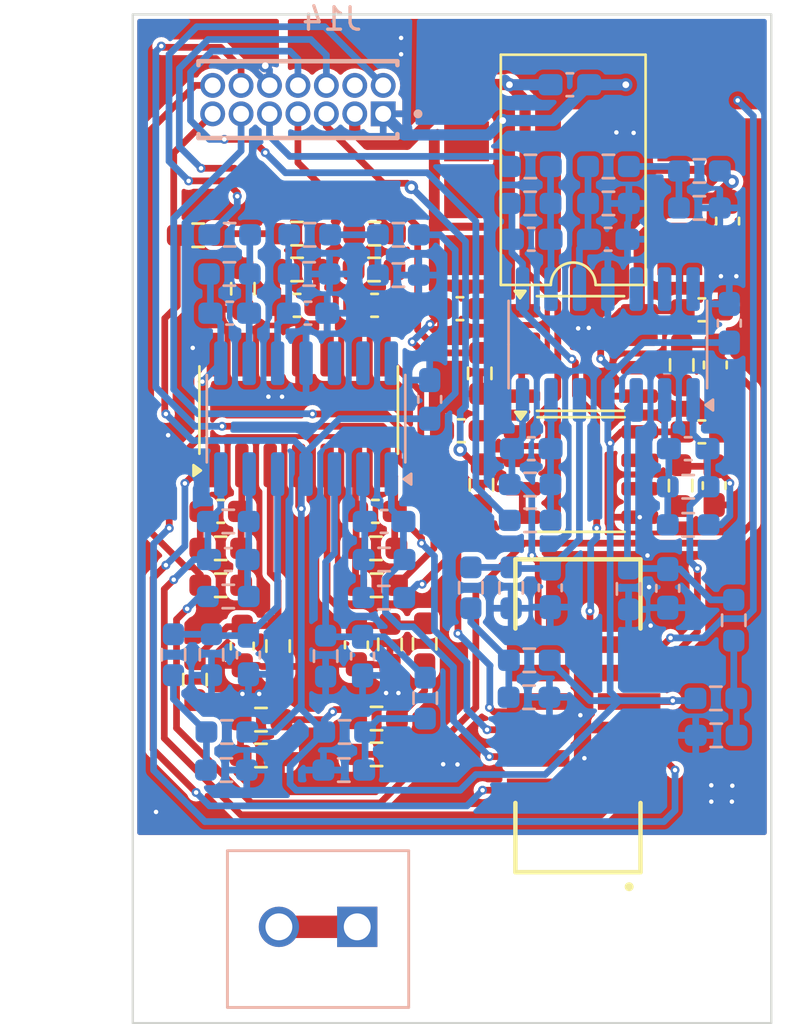
<source format=kicad_pcb>
(kicad_pcb (version 20240108) (generator "pcbnew") (generator_version "8.0")
  (layers (0 "F.Cu" signal) (31 "B.Cu" signal) (34 "B.Paste" user) (35 "F.Paste" user) (36 "B.SilkS" user "B.Silkscreen") (37 "F.SilkS" user "F.Silkscreen") (38 "B.Mask" user) (39 "F.Mask" user) (44 "Edge.Cuts" user))
  (net 0 "")
  (footprint "Capacitor_SMD:C_0603_1608Metric_Pad1.08x0.95mm_HandSolder" (layer "F.Cu") (at 51.033909 42.156091 180)
    (property "Reference" "C36" (hide yes))
    (property "Value" "0.1uF")
  )
  (footprint "Resistor_SMD:R_0603_1608Metric_Pad0.98x0.95mm_HandSolder" (layer "F.Cu") (at 36.471409 47.356091)
    (property "Reference" "R17" (hide yes))
    (property "Value" "252k" (hide yes))
  )
  (footprint "Resistor_SMD:R_0603_1608Metric_Pad0.98x0.95mm_HandSolder" (layer "F.Cu") (at 32.946409 34.906091 180)
    (property "Reference" "R16" (hide yes))
    (property "Value" "252k" (hide yes))
  )
  (footprint "Resistor_SMD:R_0603_1608Metric_Pad0.98x0.95mm_HandSolder" (layer "F.Cu") (at 50.083909 44.556091 90)
    (property "Reference" "R67" (hide yes))
    (property "Value" "1k" (hide yes))
  )
  (footprint "Resistor_SMD:R_0603_1608Metric_Pad0.98x0.95mm_HandSolder" (layer "F.Cu") (at 50.133909 39.168591 90)
    (property "Reference" "R71" (hide yes))
    (property "Value" "1k")
  )
  (footprint "SHF-106-01-L-D-SM:SHF-106-01-L-D-SM" (layer "F.Cu") (at 45.751409 54.831091 90)
    (property "Reference" "J1" (hide yes))
    (property "Value" "Conn_01x12")
  )
  (footprint "Capacitor_SMD:C_0603_1608Metric_Pad1.08x0.95mm_HandSolder" (layer "F.Cu") (at 29.533909 45.706091)
    (property "Reference" "C2" (hide yes))
    (property "Value" "100p" (hide yes))
  )
  (footprint "Capacitor_SMD:C_0603_1608Metric_Pad1.08x0.95mm_HandSolder" (layer "F.Cu") (at 36.408909 36.506091 180)
    (property "Reference" "C6" (hide yes))
    (property "Value" "100p" (hide yes))
  )
  (footprint "Capacitor_SMD:C_0603_1608Metric_Pad1.08x0.95mm_HandSolder" (layer "F.Cu") (at 52.183909 32.743591 90)
    (property "Reference" "C22" (hide yes))
    (property "Value" "10u" (hide yes))
  )
  (footprint "Resistor_SMD:R_0603_1608Metric_Pad0.98x0.95mm_HandSolder" (layer "F.Cu") (at 37.096409 51.643591 -90)
    (property "Reference" "R15" (hide yes))
    (property "Value" "252k" (hide yes))
  )
  (footprint "Resistor_SMD:R_0603_1608Metric_Pad0.98x0.95mm_HandSolder" (layer "F.Cu") (at 31.333909 55.006091 180)
    (property "Reference" "R1" (hide yes))
    (property "Value" "1k" (hide yes))
  )
  (footprint "Resistor_SMD:R_0603_1608Metric_Pad0.98x0.95mm_HandSolder" (layer "F.Cu") (at 36.496409 54.956091)
    (property "Reference" "R7" (hide yes))
    (property "Value" "1k" (hide yes))
  )
  (footprint "Package_SO:SOP-8_3.9x4.9mm_P1.27mm" (layer "F.Cu") (at 45.608909 38.656091)
    (property "Reference" "U12" (hide yes))
    (property "Value" "~")
  )
  (footprint "Resistor_SMD:R_0603_1608Metric_Pad0.98x0.95mm_HandSolder" (layer "F.Cu") (at 41.183909 44.518591 90)
    (property "Reference" "R58" (hide yes))
    (property "Value" "281" (hide yes))
  )
  (footprint "Capacitor_SMD:C_0603_1608Metric_Pad1.08x0.95mm_HandSolder" (layer "F.Cu") (at 51.583909 44.556091 -90)
    (property "Reference" "C45" (hide yes))
    (property "Value" "10n" (hide yes))
  )
  (footprint "Capacitor_SMD:C_0603_1608Metric_Pad1.08x0.95mm_HandSolder" (layer "F.Cu") (at 35.596409 51.668591 90)
    (property "Reference" "C3" (hide yes))
    (property "Value" "100p" (hide yes))
  )
  (footprint "Resistor_SMD:R_0603_1608Metric_Pad0.98x0.95mm_HandSolder" (layer "F.Cu") (at 31.333909 56.606091)
    (property "Reference" "R2" (hide yes))
    (property "Value" "1k" (hide yes))
  )
  (footprint "Resistor_SMD:R_0603_1608Metric_Pad0.98x0.95mm_HandSolder" (layer "F.Cu") (at 29.533909 49.006091 180)
    (property "Reference" "R4" (hide yes))
    (property "Value" "100k" (hide yes))
  )
  (footprint "Resistor_SMD:R_0603_1608Metric_Pad0.98x0.95mm_HandSolder" (layer "F.Cu") (at 41.108909 39.543591 90)
    (property "Reference" "R62" (hide yes))
    (property "Value" "281" (hide yes))
  )
  (footprint "Resistor_SMD:R_0603_1608Metric_Pad0.98x0.95mm_HandSolder" (layer "F.Cu") (at 36.408909 33.306091)
    (property "Reference" "R14" (hide yes))
    (property "Value" "100k" (hide yes))
  )
  (footprint "Resistor_SMD:R_0603_1608Metric_Pad0.98x0.95mm_HandSolder" (layer "F.Cu") (at 32.096409 51.718591 -90)
    (property "Reference" "R5" (hide yes))
    (property "Value" "252k" (hide yes))
  )
  (footprint "Package_DIP:SMDIP-8_W9.53mm" (layer "F.Cu") (at 45.283909 30.456091 180)
    (property "Reference" "U4" (hide yes))
    (property "Value" "~")
  )
  (footprint "Resistor_SMD:R_0603_1608Metric_Pad0.98x0.95mm_HandSolder" (layer "F.Cu") (at 32.946409 33.306091 180)
    (property "Reference" "R12" (hide yes))
    (property "Value" "100k" (hide yes))
  )
  (footprint "Resistor_SMD:R_0603_1608Metric_Pad0.98x0.95mm_HandSolder" (layer "F.Cu") (at 38.646409 51.618591 -90)
    (property "Reference" "R11" (hide yes))
    (property "Value" "100k" (hide yes))
  )
  (footprint "Capacitor_SMD:C_0603_1608Metric_Pad1.08x0.95mm_HandSolder" (layer "F.Cu") (at 30.496409 51.718591 90)
    (property "Reference" "C1" (hide yes))
    (property "Value" "100p" (hide yes))
  )
  (footprint "Resistor_SMD:R_0603_1608Metric_Pad0.98x0.95mm_HandSolder" (layer "F.Cu") (at 29.533909 47.356091 180)
    (property "Reference" "R6" (hide yes))
    (property "Value" "252k" (hide yes))
  )
  (footprint "Package_SO:SOP-8_3.9x4.9mm_P1.27mm" (layer "F.Cu") (at 45.633909 44.061091)
    (property "Reference" "U8" (hide yes))
    (property "Value" "~" (hide yes))
  )
  (footprint "Capacitor_SMD:C_0603_1608Metric_Pad1.08x0.95mm_HandSolder" (layer "F.Cu") (at 32.946409 36.506091)
    (property "Reference" "C4" (hide yes))
    (property "Value" "100p" (hide yes))
  )
  (footprint "Resistor_SMD:R_0603_1608Metric_Pad0.98x0.95mm_HandSolder" (layer "F.Cu") (at 36.496409 56.556091 180)
    (property "Reference" "R8" (hide yes))
    (property "Value" "1k" (hide yes))
  )
  (footprint "Resistor_SMD:R_0603_1608Metric_Pad0.98x0.95mm_HandSolder" (layer "F.Cu") (at 30.523909 35.766091 -90)
    (property "Reference" "R10" (hide yes))
    (property "Value" "1k" (hide yes))
  )
  (footprint "Capacitor_SMD:C_0603_1608Metric_Pad1.08x0.95mm_HandSolder" (layer "F.Cu") (at 51.633909 39.168591 -90)
    (property "Reference" "C49" (hide yes))
    (property "Value" "10n")
  )
  (footprint "Capacitor_SMD:C_0603_1608Metric_Pad1.08x0.95mm_HandSolder" (layer "F.Cu") (at 40.221409 36.656091)
    (property "Reference" "C34" (hide yes))
    (property "Value" "0.1uF" (hide yes))
  )
  (footprint "Resistor_SMD:R_0603_1608Metric_Pad0.98x0.95mm_HandSolder" (layer "F.Cu") (at 28.526409 33.376091)
    (property "Reference" "R9" (hide yes))
    (property "Value" "1k" (hide yes))
  )
  (footprint "Capacitor_SMD:C_0603_1608Metric_Pad1.08x0.95mm_HandSolder" (layer "F.Cu") (at 40.283909 42.106091)
    (property "Reference" "C30" (hide yes))
    (property "Value" "0.1uF" (hide yes))
  )
  (footprint "Package_SO:SOIC-14_3.9x8.7mm_P1.27mm" (layer "F.Cu") (at 33.016409 41.181091 90)
    (property "Reference" "U1" (hide yes))
    (property "Value" "~")
  )
  (footprint "Resistor_SMD:R_0603_1608Metric_Pad0.98x0.95mm_HandSolder" (layer "F.Cu") (at 28.383909 53.218591 -90)
    (property "Reference" "R3" (hide yes))
    (property "Value" "100k" (hide yes))
  )
  (footprint "Capacitor_SMD:C_0603_1608Metric_Pad1.08x0.95mm_HandSolder" (layer "F.Cu") (at 36.446409 45.706091 180)
    (property "Reference" "C5" (hide yes))
    (property "Value" "100p" (hide yes))
  )
  (footprint "Capacitor_SMD:C_0603_1608Metric_Pad1.08x0.95mm_HandSolder" (layer "F.Cu") (at 51.033909 36.706091 180)
    (property "Reference" "C40" (hide yes))
    (property "Value" "0.1uF" (hide yes))
  )
  (footprint "Resistor_SMD:R_0603_1608Metric_Pad0.98x0.95mm_HandSolder" (layer "F.Cu") (at 36.496409 49.006091)
    (property "Reference" "R13" (hide yes))
    (property "Value" "100k" (hide yes))
  )
  (footprint "Resistor_SMD:R_0603_1608Metric_Pad0.98x0.95mm_HandSolder" (layer "F.Cu") (at 36.383909 34.906091)
    (property "Reference" "R18" (hide yes))
    (property "Value" "252k" (hide yes))
  )
  (footprint "Capacitor_SMD:C_0603_1608Metric_Pad1.08x0.95mm_HandSolder" (layer "B.Cu") (at 46.846409 33.556091 180)
    (property "Reference" "C9" (hide yes))
    (property "Value" "100p" (hide yes))
  )
  (footprint "Resistor_SMD:R_0603_1608Metric_Pad0.98x0.95mm_HandSolder" (layer "B.Cu") (at 46.858909 30.306091)
    (property "Reference" "R27" (hide yes))
    (property "Value" "100k" (hide yes))
  )
  (footprint "Capacitor_SMD:C_0603_1608Metric_Pad1.08x0.95mm_HandSolder" (layer "B.Cu") (at 30.771409 52.118591 90)
    (property "Reference" "C14" (hide yes))
    (property "Value" "100p" (hide yes))
  )
  (footprint "Resistor_SMD:R_0603_1608Metric_Pad0.98x0.95mm_HandSolder" (layer "B.Cu") (at 43.358909 46.106091 180)
    (property "Reference" "R29" (hide yes))
    (property "Value" "100k" (hide yes))
  )
  (footprint "Resistor_SMD:R_0603_1608Metric_Pad0.98x0.95mm_HandSolder" (layer "B.Cu") (at 36.821409 49.556091)
    (property "Reference" "R46" (hide yes))
    (property "Value" "100k" (hide yes))
  )
  (footprint "Resistor_SMD:R_0603_1608Metric_Pad0.98x0.95mm_HandSolder" (layer "B.Cu") (at 46.858909 31.956091)
    (property "Reference" "R33" (hide yes))
    (property "Value" "252k" (hide yes))
  )
  (footprint "Package_SO:SOIC-14_3.9x8.7mm_P1.27mm" (layer "B.Cu") (at 33.346409 41.566091 90)
    (property "Reference" "U3" (hide yes))
    (property "Value" "~")
  )
  (footprint "Capacitor_SMD:C_0603_1608Metric_Pad1.08x0.95mm_HandSolder" (layer "B.Cu") (at 50.421409 42.906091 180)
    (property "Reference" "C10" (hide yes))
    (property "Value" "100p" (hide yes))
  )
  (footprint "Capacitor_SMD:C_0603_1608Metric_Pad1.08x0.95mm_HandSolder" (layer "B.Cu") (at 52.258909 37.306091 -90)
    (property "Reference" "C20" (hide yes))
    (property "Value" "100n" (hide yes))
  )
  (footprint "Resistor_SMD:R_0603_1608Metric_Pad0.98x0.95mm_HandSolder" (layer "B.Cu") (at 42.508909 49.118591 -90)
    (property "Reference" "R32" (hide yes))
    (property "Value" "252k" (hide yes))
  )
  (footprint "Package_SO:SOIC-14_3.9x8.7mm_P1.27mm" (layer "B.Cu") (at 46.831409 38.256091 90)
    (property "Reference" "U2" (hide yes))
    (property "Value" "~")
  )
  (footprint "FTS-107-01-L-D-P:SAMTEC_FTS-107-01-L-D" (layer "B.Cu") (at 32.983909 27.321091 180)
    (property "Reference" "J14")
    (property "Value" "Conn_01x14")
  )
  (footprint "Capacitor_SMD:C_0603_1608Metric_Pad1.08x0.95mm_HandSolder" (layer "B.Cu") (at 44.258909 49.118591 90)
    (property "Reference" "C8" (hide yes))
    (property "Value" "100p" (hide yes))
  )
  (footprint "Resistor_SMD:R_0603_1608Metric_Pad0.98x0.95mm_HandSolder" (layer "B.Cu") (at 43.371409 30.306091 180)
    (property "Reference" "R30" (hide yes))
    (property "Value" "100k" (hide yes))
  )
  (footprint "Resistor_SMD:R_0603_1608Metric_Pad0.98x0.95mm_HandSolder" (layer "B.Cu") (at 37.471409 33.356091 180)
    (property "Reference" "R41" (hide yes))
    (property "Value" "1k" (hide yes))
  )
  (footprint "Resistor_SMD:R_0603_1608Metric_Pad0.98x0.95mm_HandSolder" (layer "B.Cu") (at 50.421409 44.606091)
    (property "Reference" "R34" (hide yes))
    (property "Value" "252k" (hide yes))
  )
  (footprint "Resistor_SMD:R_0603_1608Metric_Pad0.98x0.95mm_HandSolder" (layer "B.Cu") (at 50.921409 32.156091)
    (property "Reference" "R24" (hide yes))
    (property "Value" "1k" (hide yes))
  )
  (footprint "Capacitor_SMD:C_0603_1608Metric_Pad1.08x0.95mm_HandSolder" (layer "B.Cu") (at 35.871409 52.168591 90)
    (property "Reference" "C13" (hide yes))
    (property "Value" "100p" (hide yes))
  )
  (footprint "Resistor_SMD:R_0603_1608Metric_Pad0.98x0.95mm_HandSolder" (layer "B.Cu") (at 43.308909 54.006091)
    (property "Reference" "R22" (hide yes))
    (property "Value" "1k" (hide yes))
  )
  (footprint "Resistor_SMD:R_0603_1608Metric_Pad0.98x0.95mm_HandSolder" (layer "B.Cu") (at 43.358909 31.956091 180)
    (property "Reference" "R36" (hide yes))
    (property "Value" "252k" (hide yes))
  )
  (footprint "Resistor_SMD:R_0603_1608Metric_Pad0.98x0.95mm_HandSolder" (layer "B.Cu") (at 29.121409 52.106091 -90)
    (property "Reference" "R50" (hide yes))
    (property "Value" "252k" (hide yes))
  )
  (footprint "Capacitor_SMD:C_0603_1608Metric_Pad1.08x0.95mm_HandSolder" (layer "B.Cu") (at 49.508909 49.143591 90)
    (property "Reference" "C7" (hide yes))
    (property "Value" "100p" (hide yes))
  )
  (footprint "Resistor_SMD:R_0603_1608Metric_Pad0.98x0.95mm_HandSolder" (layer "B.Cu") (at 50.421409 46.306091)
    (property "Reference" "R28" (hide yes))
    (property "Value" "100k" (hide yes))
  )
  (footprint "Capacitor_SMD:C_0603_1608Metric_Pad1.08x0.95mm_HandSolder" (layer "B.Cu") (at 29.933909 36.856091)
    (property "Reference" "C18" (hide yes))
    (property "Value" "100p" (hide yes))
  )
  (footprint "Capacitor_SMD:C_0603_1608Metric_Pad1.08x0.95mm_HandSolder" (layer "B.Cu") (at 43.408909 42.906091)
    (property "Reference" "C11" (hide yes))
    (property "Value" "100p" (hide yes))
  )
  (footprint "Resistor_SMD:R_0603_1608Metric_Pad0.98x0.95mm_HandSolder" (layer "B.Cu") (at 50.921409 30.506091 180)
    (property "Reference" "R23" (hide yes))
    (property "Value" "1k" (hide yes))
  )
  (footprint "Capacitor_SMD:C_0603_1608Metric_Pad1.08x0.95mm_HandSolder" (layer "B.Cu") (at 36.833909 46.156091 180)
    (property "Reference" "C16" (hide yes))
    (property "Value" "100p" (hide yes))
  )
  (footprint "OSTTE020104:OST_OSTTE020104" (layer "B.Cu") (at 33.883909 64.256091 180)
    (property "Reference" "J10")
    (property "Value" "Conn_01x02" (hide yes))
  )
  (footprint "Capacitor_SMD:C_0603_1608Metric_Pad1.08x0.95mm_HandSolder" (layer "B.Cu") (at 45.133909 26.656091 180)
    (property "Reference" "C23" (hide yes))
    (property "Value" "10u" (hide yes))
  )
  (footprint "Capacitor_SMD:C_0603_1608Metric_Pad1.08x0.95mm_HandSolder" (layer "B.Cu") (at 33.433909 36.856091 180)
    (property "Reference" "C15" (hide yes))
    (property "Value" "100p" (hide yes))
  )
  (footprint "Capacitor_SMD:C_0603_1608Metric_Pad1.08x0.95mm_HandSolder" (layer "B.Cu") (at 43.408909 33.556091)
    (property "Reference" "C12" (hide yes))
    (property "Value" "100p" (hide yes))
  )
  (footprint "Resistor_SMD:R_0603_1608Metric_Pad0.98x0.95mm_HandSolder" (layer "B.Cu") (at 37.471409 35.156091)
    (property "Reference" "R42" (hide yes))
    (property "Value" "1k" (hide yes))
  )
  (footprint "Resistor_SMD:R_0603_1608Metric_Pad0.98x0.95mm_HandSolder" (layer "B.Cu") (at 36.833909 47.856091)
    (property "Reference" "R52" (hide yes))
    (property "Value" "252k" (hide yes))
  )
  (footprint "Resistor_SMD:R_0603_1608Metric_Pad0.98x0.95mm_HandSolder" (layer "B.Cu") (at 29.783909 57.256091)
    (property "Reference" "R40" (hide yes))
    (property "Value" "1k" (hide yes))
  )
  (footprint "Resistor_SMD:R_0603_1608Metric_Pad0.98x0.95mm_HandSolder" (layer "B.Cu") (at 33.508909 33.356091)
    (property "Reference" "R45" (hide yes))
    (property "Value" "100k" (hide yes))
  )
  (footprint "Resistor_SMD:R_0603_1608Metric_Pad0.98x0.95mm_HandSolder" (layer "B.Cu") (at 29.871409 46.156091 180)
    (property "Reference" "R53" (hide yes))
    (property "Value" "252k" (hide yes))
  )
  (footprint "Resistor_SMD:R_0603_1608Metric_Pad0.98x0.95mm_HandSolder" (layer "B.Cu") (at 29.933909 33.356091 180)
    (property "Reference" "R48" (hide yes))
    (property "Value" "100k" (hide yes))
  )
  (footprint "Resistor_SMD:R_0603_1608Metric_Pad0.98x0.95mm_HandSolder" (layer "B.Cu") (at 29.808909 55.556091 180)
    (property "Reference" "R39" (hide yes))
    (property "Value" "1k" (hide yes))
  )
  (footprint "Resistor_SMD:R_0603_1608Metric_Pad0.98x0.95mm_HandSolder" (layer "B.Cu") (at 43.358909 44.506091 180)
    (property "Reference" "R35" (hide yes))
    (property "Value" "252k" (hide yes))
  )
  (footprint "Capacitor_SMD:C_0603_1608Metric_Pad1.08x0.95mm_HandSolder" (layer "B.Cu") (at 29.871409 47.856091)
    (property "Reference" "C17" (hide yes))
    (property "Value" "100p" (hide yes))
  )
  (footprint "Resistor_SMD:R_0603_1608Metric_Pad0.98x0.95mm_HandSolder" (layer "B.Cu") (at 38.671409 54.043591 -90)
    (property "Reference" "R43" (hide yes))
    (property "Value" "100k" (hide yes))
  )
  (footprint "Resistor_SMD:R_0603_1608Metric_Pad0.98x0.95mm_HandSolder" (layer "B.Cu") (at 33.483909 35.106091)
    (property "Reference" "R51" (hide yes))
    (property "Value" "252k" (hide yes))
  )
  (footprint "Resistor_SMD:R_0603_1608Metric_Pad0.98x0.95mm_HandSolder" (layer "B.Cu") (at 34.221409 52.168591 -90)
    (property "Reference" "R49" (hide yes))
    (property "Value" "252k" (hide yes))
  )
  (footprint "Capacitor_SMD:C_0603_1608Metric_Pad1.08x0.95mm_HandSolder" (layer "B.Cu") (at 38.871409 40.706091 -90)
    (property "Reference" "C21" (hide yes))
    (property "Value" "100n" (hide yes))
  )
  (footprint "Resistor_SMD:R_0603_1608Metric_Pad0.98x0.95mm_HandSolder" (layer "B.Cu") (at 40.708909 49.118591 -90)
    (property "Reference" "R26" (hide yes))
    (property "Value" "100k" (hide yes))
  )
  (footprint "Resistor_SMD:R_0603_1608Metric_Pad0.98x0.95mm_HandSolder" (layer "B.Cu") (at 27.421409 52.106091 -90)
    (property "Reference" "R44" (hide yes))
    (property "Value" "100k" (hide yes))
  )
  (footprint "Resistor_SMD:R_0603_1608Metric_Pad0.98x0.95mm_HandSolder" (layer "B.Cu") (at 35.071409 55.556091)
    (property "Reference" "R37" (hide yes))
    (property "Value" "1k" (hide yes))
  )
  (footprint "Resistor_SMD:R_0603_1608Metric_Pad0.98x0.95mm_HandSolder" (layer "B.Cu") (at 29.921409 35.106091 180)
    (property "Reference" "R54" (hide yes))
    (property "Value" "252k" (hide yes))
  )
  (footprint "Resistor_SMD:R_0603_1608Metric_Pad0.98x0.95mm_HandSolder" (layer "B.Cu") (at 47.758909 49.168591 -90)
    (property "Reference" "R31" (hide yes))
    (property "Value" "252k" (hide yes))
  )
  (footprint "Resistor_SMD:R_0603_1608Metric_Pad0.98x0.95mm_HandSolder" (layer "B.Cu") (at 52.458909 50.568591 -90)
    (property "Reference" "R25" (hide yes))
    (property "Value" "100k" (hide yes))
  )
  (footprint "Resistor_SMD:R_0603_1608Metric_Pad0.98x0.95mm_HandSolder" (layer "B.Cu") (at 43.321409 52.356091 180)
    (property "Reference" "R21" (hide yes))
    (property "Value" "1k" (hide yes))
  )
  (footprint "Resistor_SMD:R_0603_1608Metric_Pad0.98x0.95mm_HandSolder" (layer "B.Cu") (at 29.871409 49.506091 180)
    (property "Reference" "R47" (hide yes))
    (property "Value" "100k" (hide yes))
  )
  (footprint "Resistor_SMD:R_0603_1608Metric_Pad0.98x0.95mm_HandSolder" (layer "B.Cu") (at 51.658909 54.056091)
    (property "Reference" "R19" (hide yes))
    (property "Value" "1k" (hide yes))
  )
  (footprint "Resistor_SMD:R_0603_1608Metric_Pad0.98x0.95mm_HandSolder" (layer "B.Cu") (at 51.671409 55.706091 180)
    (property "Reference" "R20" (hide yes))
    (property "Value" "1k" (hide yes))
  )
  (footprint "Resistor_SMD:R_0603_1608Metric_Pad0.98x0.95mm_HandSolder" (layer "B.Cu") (at 35.033909 57.256091 180)
    (property "Reference" "R38" (hide yes))
    (property "Value" "1k" (hide yes))
  )
  (gr_rect (start 25.603909 23.516091) (end 54.133909 68.556091) (stroke (width 0.1)) (fill none) (layer "Edge.Cuts"))
  (segment (start 36.321409 32.306091) (end 37.321409 33.306091) (width 0.3) (layer "F.Cu") (net 0))
  (segment (start 35.556409 38.706091) (end 35.556409 36.516091) (width 0.3) (layer "F.Cu") (net 0))
  (segment (start 46.333909 46.456091) (end 46.333909 41.476091) (width 0.3) (layer "F.Cu") (net 0))
  (segment (start 30.933909 29.096091) (end 29.693909 29.096091) (width 0.3) (layer "F.Cu") (net 0))
  (segment (start 27.871409 33.456091) (end 27.693909 33.456091) (width 0.3) (layer "F.Cu") (net 0))
  (segment (start 41.108909 38.631091) (end 41.458909 38.631091) (width 0.3) (layer "F.Cu") (net 0))
  (segment (start 33.808909 34.956091) (end 33.858909 34.906091) (width 0.3) (layer "F.Cu") (net 0))
  (segment (start 43.133909 34.956091) (end 43.133909 36.601091) (width 0.5) (layer "F.Cu") (net 0))
  (segment (start 50.126409 36.751091) (end 50.171409 36.706091) (width 0.3) (layer "F.Cu") (net 0))
  (segment (start 51.583909 38.256091) (end 51.633909 38.306091) (width 0.3) (layer "F.Cu") (net 0))
  (segment (start 27.593909 33.396091) (end 27.613909 33.376091) (width 0.3) (layer "F.Cu") (net 0))
  (segment (start 48.258909 42.156091) (end 50.171409 42.156091) (width 0.3) (layer "F.Cu") (net 0))
  (segment (start 35.183909 54.556091) (end 34.633909 54.556091) (width 0.3) (layer "F.Cu") (net 0))
  (segment (start 43.133909 27.356091) (end 43.133909 34.956091) (width 0.5) (layer "F.Cu") (net 0))
  (segment (start 27.233909 43.756091) (end 27.233909 46.456091) (width 0.3) (layer "F.Cu") (net 0))
  (segment (start 43.086091 47.126091) (end 52.383909 47.126091) (width 0.3) (layer "F.Cu") (net 0))
  (segment (start 44.593909 40.571091) (end 44.593909 36.416091) (width 0.3) (layer "F.Cu") (net 0))
  (segment (start 38.476409 42.984375) (end 38.833909 43.341875) (width 0.3) (layer "F.Cu") (net 0))
  (segment (start 37.308909 45.706091) (end 37.308909 47.281091) (width 0.3) (layer "F.Cu") (net 0))
  (segment (start 52.383909 47.126091) (end 53.303909 46.206091) (width 0.3) (layer "F.Cu") (net 0))
  (segment (start 43.718909 51.656091) (end 43.718909 47.961091) (width 0.3) (layer "F.Cu") (net 0))
  (segment (start 46.033909 51.638591) (end 44.746409 52.926091) (width 0.3) (layer "F.Cu") (net 0))
  (segment (start 27.958909 48.181091) (end 26.403909 46.626091) (width 0.3) (layer "F.Cu") (net 0))
  (segment (start 28.621409 48.531091) (end 28.271409 48.181091) (width 0.3) (layer "F.Cu") (net 0))
  (segment (start 49.788909 39.736091) (end 50.133909 40.081091) (width 0.3) (layer "F.Cu") (net 0))
  (segment (start 32.133909 64.256091) (end 35.633909 64.256091) (width 1) (layer "F.Cu") (net 0))
  (segment (start 48.233909 39.291091) (end 48.808909 39.291091) (width 0.3) (layer "F.Cu") (net 0))
  (segment (start 26.512241 56.334423) (end 28.433909 58.256091) (width 0.3) (layer "F.Cu") (net 0))
  (segment (start 39.0575 47.3575) (end 37.408909 49.006091) (width 0.3) (layer "F.Cu") (net 0))
  (segment (start 35.556409 45.678591) (end 35.583909 45.706091) (width 0.3) (layer "F.Cu") (net 0))
  (segment (start 43.093909 54.196091) (end 43.718909 54.196091) (width 0.3) (layer "F.Cu") (net 0))
  (segment (start 30.903909 58.726091) (end 36.663909 58.726091) (width 0.3) (layer "F.Cu") (net 0))
  (segment (start 43.008909 42.156091) (end 44.593909 40.571091) (width 0.3) (layer "F.Cu") (net 0))
  (segment (start 47.783909 51.656091) (end 49.333909 51.656091) (width 0.3) (layer "F.Cu") (net 0))
  (segment (start 27.033909 37.088591) (end 27.593909 36.528591) (width 0.3) (layer "F.Cu") (net 0))
  (segment (start 41.433909 55.456091) (end 43.708909 55.456091) (width 0.3) (layer "F.Cu") (net 0))
  (segment (start 30.476409 43.656091) (end 30.476409 45.626091) (width 0.3) (layer "F.Cu") (net 0))
  (segment (start 30.496409 50.856091) (end 29.833909 50.856091) (width 0.3) (layer "F.Cu") (net 0))
  (segment (start 30.476409 45.626091) (end 30.396409 45.706091) (width 0.3) (layer "F.Cu") (net 0))
  (segment (start 27.183909 42.306091) (end 28.204156 41.285844) (width 0.3) (layer "F.Cu") (net 0))
  (segment (start 50.038909 26.656091) (end 50.048909 26.646091) (width 0.5) (layer "F.Cu") (net 0))
  (segment (start 28.271409 48.181091) (end 27.958909 48.181091) (width 0.3) (layer "F.Cu") (net 0))
  (segment (start 27.012241 55.834423) (end 30.433909 59.256091) (width 0.3) (layer "F.Cu") (net 0))
  (segment (start 26.878284 24.930466) (end 26.933909 24.986091) (width 0.3) (layer "F.Cu") (net 0))
  (segment (start 40.933909 54.456091) (end 40.933909 49.278273) (width 0.3) (layer "F.Cu") (net 0))
  (segment (start 26.403909 46.626091) (end 26.403909 28.671203) (width 0.3) (layer "F.Cu") (net 0))
  (segment (start 51.633909 31.726091) (end 52.383909 30.976091) (width 0.5) (layer "F.Cu") (net 0))
  (segment (start 41.458909 38.631091) (end 42.068909 38.021091) (width 0.3) (layer "F.Cu") (net 0))
  (segment (start 51.583909 43.693591) (end 50.133909 43.693591) (width 0.3) (layer "F.Cu") (net 0))
  (segment (start 27.558909 55.381091) (end 30.903909 58.726091) (width 0.3) (layer "F.Cu") (net 0))
  (segment (start 27.433909 33.196091) (end 27.433909 29.696091) (width 0.3) (layer "F.Cu") (net 0))
  (segment (start 36.826409 38.706091) (end 36.826409 36.951091) (width 0.3) (layer "F.Cu") (net 0))
  (segment (start 50.133909 43.693591) (end 50.083909 43.643591) (width 0.3) (layer "F.Cu") (net 0))
  (segment (start 44.593909 36.416091) (end 43.133909 34.956091) (width 0.3) (layer "F.Cu") (net 0))
  (segment (start 35.583909 45.706091) (end 35.583909 47.331091) (width 0.3) (layer "F.Cu") (net 0))
  (segment (start 38.621409 50.731091) (end 38.646409 50.706091) (width 0.3) (layer "F.Cu") (net 0))
  (segment (start 30.153909 30.386091) (end 32.073909 32.306091) (width 0.3) (layer "F.Cu") (net 0))
  (segment (start 34.633909 54.556091) (end 34.533909 54.656091) (width 0.3) (layer "F.Cu") (net 0))
  (segment (start 41.083909 36.656091) (end 42.888909 36.656091) (width 0.3) (layer "F.Cu") (net 0))
  (segment (start 34.406091 31.556091) (end 36.896341 31.556091) (width 0.3) (layer "F.Cu") (net 0))
  (segment (start 43.708909 55.456091) (end 43.718909 55.466091) (width 0.3) (layer "F.Cu") (net 0))
  (segment (start 28.671409 44.191091) (end 29.206409 43.656091) (width 0.3) (layer "F.Cu") (net 0))
  (segment (start 35.471409 33.331091) (end 35.496409 33.306091) (width 0.3) (layer "F.Cu") (net 0))
  (segment (start 48.981409 52.926091) (end 47.783909 52.926091) (width 0.3) (layer "F.Cu") (net 0))
  (segment (start 27.693909 33.456091) (end 27.433909 33.196091) (width 0.3) (layer "F.Cu") (net 0))
  (segment (start 36.919778 41.356091) (end 33.633909 41.356091) (width 0.3) (layer "F.Cu") (net 0))
  (segment (start 37.848909 29.316091) (end 40.518909 26.646091) (width 0.5) (layer "F.Cu") (net 0))
  (segment (start 29.528797 24.986091) (end 30.443909 25.901203) (width 0.3) (layer "F.Cu") (net 0))
  (segment (start 42.433909 26.656091) (end 43.133909 27.356091) (width 0.5) (layer "F.Cu") (net 0))
  (segment (start 29.546409 54.131091) (end 30.421409 55.006091) (width 0.3) (layer "F.Cu") (net 0))
  (segment (start 28.714156 39.912719) (end 28.714156 42.275844) (width 0.3) (layer "F.Cu") (net 0))
  (segment (start 51.583909 43.693591) (end 52.283909 44.393591) (width 0.3) (layer "F.Cu") (net 0))
  (segment (start 41.533909 56.656091) (end 43.638909 56.656091) (width 0.3) (layer "F.Cu") (net 0))
  (segment (start 36.826409 38.706091) (end 38.476409 40.356091) (width 0.3) (layer "F.Cu") (net 0))
  (segment (start 47.433909 42.156091) (end 46.933909 42.656091) (width 0.3) (layer "F.Cu") (net 0))
  (segment (start 46.033909 50.156091) (end 46.033909 51.638591) (width 0.3) (layer "F.Cu") (net 0))
  (segment (start 39.633909 47.856091) (end 39.633909 45.856091) (width 0.3) (layer "F.Cu") (net 0))
  (segment (start 40.883909 43.606091) (end 40.233909 42.956091) (width 0.3) (layer "F.Cu") (net 0))
  (segment (start 36.803909 31.056091) (end 34.253909 28.506091) (width 0.3) (layer "F.Cu") (net 0))
  (segment (start 32.983909 30.133909) (end 34.406091 31.556091) (width 0.3) (layer "F.Cu") (net 0))
  (segment (start 37.021409 50.806091) (end 37.096409 50.731091) (width 0.3) (layer "F.Cu") (net 0))
  (segment (start 38.833909 44.056091) (end 40.133909 45.356091) (width 0.3) (layer "F.Cu") (net 0))
  (segment (start 50.048909 31.726091) (end 52.028909 31.726091) (width 0.5) (layer "F.Cu") (net 0))
  (segment (start 30.486409 34.513591) (end 30.486409 35.016091) (width 0.3) (layer "F.Cu") (net 0))
  (segment (start 27.012241 49.177759) (end 27.012241 55.834423) (width 0.3) (layer "F.Cu") (net 0))
  (segment (start 48.258909 44.696091) (end 49.311409 44.696091) (width 0.3) (layer "F.Cu") (net 0))
  (segment (start 30.421409 55.006091) (end 30.421409 56.606091) (width 0.3) (layer "F.Cu") (net 0))
  (segment (start 38.333909 32.993659) (end 38.333909 37.598273) (width 0.3) (layer "F.Cu") (net 0))
  (segment (start 37.271409 36.506091) (end 37.271409 34.931091) (width 0.3) (layer "F.Cu") (net 0))
  (segment (start 52.028909 31.726091) (end 52.183909 31.881091) (width 0.3) (layer "F.Cu") (net 0))
  (segment (start 35.558909 48.981091) (end 35.583909 49.006091) (width 0.3) (layer "F.Cu") (net 0))
  (segment (start 36.663909 58.726091) (end 40.933909 54.456091) (width 0.3) (layer "F.Cu") (net 0))
  (segment (start 32.983909 27.956091) (end 32.983909 30.133909) (width 0.3) (layer "F.Cu") (net 0))
  (segment (start 38.333909 37.598273) (end 39.366727 38.631091) (width 0.3) (layer "F.Cu") (net 0))
  (segment (start 33.808909 36.506091) (end 33.808909 34.956091) (width 0.3) (layer "F.Cu") (net 0))
  (segment (start 43.718909 47.961091) (end 43.433909 47.676091) (width 0.3) (layer "F.Cu") (net 0))
  (segment (start 48.808909 39.291091) (end 49.253909 39.736091) (width 0.3) (layer "F.Cu") (net 0))
  (segment (start 49.311409 44.696091) (end 50.083909 45.468591) (width 0.3) (layer "F.Cu") (net 0))
  (segment (start 48.233909 36.751091) (end 48.233909 33.541091) (width 0.5) (layer "F.Cu") (net 0))
  (segment (start 38.5075 46.904682) (end 37.308909 45.706091) (width 0.3) (layer "F.Cu") (net 0))
  (segment (start 39.633909 45.856091) (end 38.333909 44.556091) (width 0.3) (layer "F.Cu") (net 0))
  (segment (start 31.746409 43.656091) (end 31.746409 48.468591) (width 0.3) (layer "F.Cu") (net 0))
  (segment (start 50.833909 48.256091) (end 50.833909 51.073591) (width 0.3) (layer "F.Cu") (net 0))
  (segment (start 31.523909 29.686091) (end 30.933909 29.096091) (width 0.3) (layer "F.Cu") (net 0))
  (segment (start 49.253909 39.736091) (end 49.788909 39.736091) (width 0.3) (layer "F.Cu") (net 0))
  (segment (start 32.033909 33.306091) (end 29.508909 33.306091) (width 0.3) (layer "F.Cu") (net 0))
  (segment (start 30.446409 49.006091) (end 30.446409 47.356091) (width 0.3) (layer "F.Cu") (net 0))
  (segment (start 38.646409 53.718591) (end 37.408909 54.956091) (width 0.3) (layer "F.Cu") (net 0))
  (segment (start 34.286409 49.496091) (end 35.596409 50.806091) (width 0.3) (layer "F.Cu") (net 0))
  (segment (start 36.762671 41.906091) (end 37.476409 42.619829) (width 0.3) (layer "F.Cu") (net 0))
  (segment (start 30.446409 45.756091) (end 30.396409 45.706091) (width 0.3) (layer "F.Cu") (net 0))
  (segment (start 36.896341 31.556091) (end 38.333909 32.993659) (width 0.3) (layer "F.Cu") (net 0))
  (segment (start 41.363909 43.426091) (end 41.183909 43.606091) (width 0.3) (layer "F.Cu") (net 0))
  (segment (start 37.096409 50.731091) (end 38.621409 50.731091) (width 0.3) (layer "F.Cu") (net 0))
  (segment (start 45.383909 40.526091) (end 45.383909 39.066091) (width 0.3) (layer "F.Cu") (net 0))
  (segment (start 47.40891 36.751091) (end 46.513909 37.646092) (width 0.3) (layer "F.Cu") (net 0))
  (segment (start 48.233909 33.541091) (end 50.048909 31.726091) (width 0.5) (layer "F.Cu") (net 0))
  (segment (start 33.016409 43.656091) (end 33.016409 45.468591) (width 0.3) (layer "F.Cu") (net 0))
  (segment (start 28.383909 54.131091) (end 29.546409 54.131091) (width 0.3) (layer "F.Cu") (net 0))
  (segment (start 39.0575 46.07975) (end 39.0575 47.3575) (width 0.3) (layer "F.Cu") (net 0))
  (segment (start 38.476409 40.356091) (end 38.476409 42.984375) (width 0.3) (layer "F.Cu") (net 0))
  (segment (start 38.833909 43.341875) (end 38.833909 44.056091) (width 0.3) (layer "F.Cu") (net 0))
  (segment (start 42.958909 42.106091) (end 43.008909 42.156091) (width 0.3) (layer "F.Cu") (net 0))
  (segment (start 26.512241 48.677759) (end 26.512241 56.334423) (width 0.3) (layer "F.Cu") (net 0))
  (segment (start 32.073909 32.306091) (end 36.321409 32.306091) (width 0.3) (layer "F.Cu") (net 0))
  (segment (start 37.976409 42.412722) (end 36.919778 41.356091) (width 0.3) (layer "F.Cu") (net 0))
  (segment (start 40.413909 40.456091) (end 38.093909 38.136091) (width 0.3) (layer "F.Cu") (net 0))
  (segment (start 34.286409 36.983591) (end 33.808909 36.506091) (width 0.3) (layer "F.Cu") (net 0))
  (segment (start 34.253909 28.506091) (end 34.253909 27.956091) (width 0.3) (layer "F.Cu") (net 0))
  (segment (start 28.198909 44.191091) (end 27.933909 44.456091) (width 0.3) (layer "F.Cu") (net 0))
  (segment (start 39.366727 38.631091) (end 41.108909 38.631091) (width 0.3) (layer "F.Cu") (net 0))
  (segment (start 42.423909 26.646091) (end 42.433909 26.656091) (width 0.5) (layer "F.Cu") (net 0))
  (segment (start 50.048909 31.726091) (end 51.633909 31.726091) (width 0.5) (layer "F.Cu") (net 0))
  (segment (start 37.833909 43.756091) (end 37.833909 44.856159) (width 0.3) (layer "F.Cu") (net 0))
  (segment (start 27.433909 48.756091) (end 27.012241 49.177759) (width 0.3) (layer "F.Cu") (net 0))
  (segment (start 46.533909 59.256091) (end 47.783909 58.006091) (width 0.3) (layer "F.Cu") (net 0))
  (segment (start 41.54277 54.461407) (end 41.737454 54.656091) (width 0.3) (layer "F.Cu") (net 0))
  (segment (start 42.068909 38.021091) (end 42.983909 38.021091) (width 0.3) (layer "F.Cu") (net 0))
  (segment (start 52.283909 44.393591) (end 52.283909 44.449841) (width 0.3) (layer "F.Cu") (net 0))
  (segment (start 35.523909 27.956091) (end 35.523909 28.746091) (width 0.5) (layer "F.Cu") (net 0))
  (segment (start 43.133909 36.601091) (end 42.983909 36.751091) (width 0.5) (layer "F.Cu") (net 0))
  (segment (start 41.183909 43.606091) (end 40.883909 43.606091) (width 0.3) (layer "F.Cu") (net 0))
  (segment (start 38.041015 43.256091) (end 37.976409 43.191485) (width 0.3) (layer "F.Cu") (net 0))
  (segment (start 40.518909 26.646091) (end 42.423909 26.646091) (width 0.5) (layer "F.Cu") (net 0))
  (segment (start 36.826409 43.656091) (end 37.308909 44.138591) (width 0.3) (layer "F.Cu") (net 0))
  (segment (start 50.133909 38.256091) (end 51.583909 38.256091) (width 0.3) (layer "F.Cu") (net 0))
  (segment (start 38.333909 44.556091) (end 38.333909 43.548984) (width 0.3) (layer "F.Cu") (net 0))
  (segment (start 37.833909 44.856159) (end 39.0575 46.07975) (width 0.3) (layer "F.Cu") (net 0))
  (segment (start 44.746409 52.926091) (end 43.718909 52.926091) (width 0.3) (layer "F.Cu") (net 0))
  (segment (start 35.546409 36.506091) (end 35.546409 34.981091) (width 0.3) (layer "F.Cu") (net 0))
  (segment (start 37.476409 42.619829) (end 37.476409 43.398591) (width 0.3) (layer "F.Cu") (net 0))
  (segment (start 35.596409 50.806091) (end 37.021409 50.806091) (width 0.3) (layer "F.Cu") (net 0))
  (segment (start 32.096409 50.806091) (end 30.546409 50.806091) (width 0.3) (layer "F.Cu") (net 0))
  (segment (start 29.833909 50.856091) (end 28.383909 52.306091) (width 0.3) (layer "F.Cu") (net 0))
  (segment (start 47.783909 54.196091) (end 49.693909 54.196091) (width 0.3) (layer "F.Cu") (net 0))
  (segment (start 47.633909 26.656091) (end 50.038909 26.656091) (width 0.5) (layer "F.Cu") (net 0))
  (segment (start 32.246409 55.006091) (end 34.183909 55.006091) (width 0.3) (layer "F.Cu") (net 0))
  (segment (start 26.403909 28.671203) (end 28.389021 26.686091) (width 0.3) (layer "F.Cu") (net 0))
  (segment (start 46.333909 41.476091) (end 45.383909 40.526091) (width 0.3) (layer "F.Cu") (net 0))
  (segment (start 28.621409 49.006091) (end 28.621409 48.531091) (width 0.3) (layer "F.Cu") (net 0))
  (segment (start 38.5075 47.129682) (end 38.5075 46.904682) (width 0.3) (layer "F.Cu") (net 0))
  (segment (start 43.568909 58.156091) (end 43.718909 58.006091) (width 0.3) (layer "F.Cu") (net 0))
  (segment (start 41.146409 42.106091) (end 42.958909 42.106091) (width 0.3) (layer "F.Cu") (net 0))
  (segment (start 48.233909 36.751091) (end 47.40891 36.751091) (width 0.3) (layer "F.Cu") (net 0))
  (segment (start 38.053909 31.236091) (end 37.873909 31.056091) (width 0.3) (layer "F.Cu") (net 0))
  (segment (start 37.308909 47.281091) (end 37.383909 47.356091) (width 0.3) (layer "F.Cu") (net 0))
  (segment (start 49.693909 54.196091) (end 49.733909 54.156091) (width 0.3) (layer "F.Cu") (net 0))
  (segment (start 35.558909 47.356091) (end 35.558909 48.981091) (width 0.3) (layer "F.Cu") (net 0))
  (segment (start 31.746409 48.468591) (end 32.096409 48.818591) (width 0.3) (layer "F.Cu") (net 0))
  (segment (start 41.233909 58.156091) (end 43.568909 58.156091) (width 0.3) (layer "F.Cu") (net 0))
  (segment (start 35.556409 36.516091) (end 35.546409 36.506091) (width 0.3) (layer "F.Cu") (net 0))
  (segment (start 34.183909 55.006091) (end 34.533909 54.656091) (width 0.3) (layer "F.Cu") (net 0))
  (segment (start 37.271409 34.931091) (end 37.296409 34.906091) (width 0.3) (layer "F.Cu") (net 0))
  (segment (start 28.653909 30.386091) (end 30.153909 30.386091) (width 0.3) (layer "F.Cu") (net 0))
  (segment (start 28.671409 45.706091) (end 28.671409 44.191091) (width 0.3) (layer "F.Cu") (net 0))
  (segment (start 49.333909 51.656091) (end 49.633909 51.356091) (width 0.3) (layer "F.Cu") (net 0))
  (segment (start 45.383909 39.066091) (end 45.223909 38.906091) (width 0.3) (layer "F.Cu") (net 0))
  (segment (start 27.558909 50.531091) (end 27.558909 55.381091) (width 0.3) (layer "F.Cu") (net 0))
  (segment (start 36.826409 36.951091) (end 37.271409 36.506091) (width 0.3) (layer "F.Cu") (net 0))
  (segment (start 50.833909 51.073591) (end 48.981409 52.926091) (width 0.3) (layer "F.Cu") (net 0))
  (segment (start 37.873909 31.056091) (end 36.803909 31.056091) (width 0.3) (layer "F.Cu") (net 0))
  (segment (start 28.204156 38.485844) (end 28.283909 38.406091) (width 0.3) (layer "F.Cu") (net 0))
  (segment (start 41.108909 40.456091) (end 40.413909 40.456091) (width 0.3) (layer "F.Cu") (net 0))
  (segment (start 29.438909 33.376091) (end 29.438909 33.466091) (width 0.3) (layer "F.Cu") (net 0))
  (segment (start 30.446409 47.356091) (end 30.446409 45.756091) (width 0.3) (layer "F.Cu") (net 0))
  (segment (start 35.583909 54.956091) (end 35.183909 54.556091) (width 0.3) (layer "F.Cu") (net 0))
  (segment (start 42.633909 54.656091) (end 43.093909 54.196091) (width 0.3) (layer "F.Cu") (net 0))
  (segment (start 38.883909 37.356091) (end 39.358909 36.881091) (width 0.3) (layer "F.Cu") (net 0))
  (segment (start 41.737454 54.656091) (end 42.633909 54.656091) (width 0.3) (layer "F.Cu") (net 0))
  (segment (start 28.671409 44.191091) (end 28.198909 44.191091) (width 0.3) (layer "F.Cu") (net 0))
  (segment (start 51.583909 43.693591) (end 51.583909 43.506091) (width 0.3) (layer "F.Cu") (net 0))
  (segment (start 28.621409 45.756091) (end 28.671409 45.706091) (width 0.3) (layer "F.Cu") (net 0))
  (segment (start 28.714156 42.275844) (end 27.233909 43.756091) (width 0.3) (layer "F.Cu") (net 0))
  (segment (start 30.546409 50.806091) (end 30.496409 50.856091) (width 0.3) (layer "F.Cu") (net 0))
  (segment (start 30.273909 31.476091) (end 30.273909 31.636091) (width 0.3) (layer "F.Cu") (net 0))
  (segment (start 42.888909 36.656091) (end 42.983909 36.751091) (width 0.3) (layer "F.Cu") (net 0))
  (segment (start 33.858909 34.906091) (end 33.858909 33.306091) (width 0.3) (layer "F.Cu") (net 0))
  (segment (start 29.593909 41.906091) (end 36.762671 41.906091) (width 0.3) (layer "F.Cu") (net 0))
  (segment (start 39.358909 36.881091) (end 39.358909 36.656091) (width 0.3) (layer "F.Cu") (net 0))
  (segment (start 53.303909 46.206091) (end 53.303909 40.246091) (width 0.3) (layer "F.Cu") (net 0))
  (segment (start 43.008909 43.426091) (end 41.363909 43.426091) (width 0.3) (layer "F.Cu") (net 0))
  (segment (start 27.033909 41.306091) (end 27.033909 37.088591) (width 0.3) (layer "F.Cu") (net 0))
  (segment (start 53.303909 40.246091) (end 51.633909 38.576091) (width 0.3) (layer "F.Cu") (net 0))
  (segment (start 29.438909 33.466091) (end 30.486409 34.513591) (width 0.3) (layer "F.Cu") (net 0))
  (segment (start 27.083909 48.106091) (end 26.512241 48.677759) (width 0.3) (layer "F.Cu") (net 0))
  (segment (start 37.476409 43.398591) (end 37.833909 43.756091) (width 0.3) (layer "F.Cu") (net 0))
  (segment (start 35.523909 28.746091) (end 36.093909 29.316091) (width 0.5) (layer "F.Cu") (net 0))
  (segment (start 28.621409 47.356091) (end 28.621409 45.756091) (width 0.3) (layer "F.Cu") (net 0))
  (segment (start 38.533909 48.956091) (end 39.633909 47.856091) (width 0.3) (layer "F.Cu") (net 0))
  (segment (start 51.633909 38.576091) (end 51.633909 38.306091) (width 0.3) (layer "F.Cu") (net 0))
  (segment (start 28.389021 26.686091) (end 29.173909 26.686091) (width 0.3) (layer "F.Cu") (net 0))
  (segment (start 28.204156 41.285844) (end 28.204156 38.485844) (width 0.3) (layer "F.Cu") (net 0))
  (segment (start 43.638909 56.656091) (end 43.718909 56.736091) (width 0.3) (layer "F.Cu") (net 0))
  (segment (start 30.433909 59.256091) (end 46.533909 59.256091) (width 0.3) (layer "F.Cu") (net 0))
  (segment (start 37.976409 43.191485) (end 37.976409 42.412722) (width 0.3) (layer "F.Cu") (net 0))
  (segment (start 38.646409 52.531091) (end 38.646409 53.718591) (width 0.3) (layer "F.Cu") (net 0))
  (segment (start 27.593909 36.528591) (end 27.593909 33.396091) (width 0.3) (layer "F.Cu") (net 0))
  (segment (start 40.933909 49.278273) (end 43.086091 47.126091) (width 0.3) (layer "F.Cu") (net 0))
  (segment (start 28.1 30.95) (end 29.747818 30.95) (width 0.3) (layer "F.Cu") (net 0))
  (segment (start 37.408909 56.556091) (end 37.408909 54.956091) (width 0.3) (layer "F.Cu") (net 0))
  (segment (start 38.041016 43.256091) (end 38.041015 43.256091) (width 0.3) (layer "F.Cu") (net 0))
  (segment (start 48.258909 42.156091) (end 47.433909 42.156091) (width 0.3) (layer "F.Cu") (net 0))
  (segment (start 29.508909 33.306091) (end 29.438909 33.376091) (width 0.3) (layer "F.Cu") (net 0))
  (segment (start 49.833909 57.256091) (end 49.313909 56.736091) (width 0.3) (layer "F.Cu") (net 0))
  (segment (start 27.433909 29.696091) (end 29.173909 27.956091) (width 0.3) (layer "F.Cu") (net 0))
  (segment (start 35.471409 34.906091) (end 35.471409 33.331091) (width 0.3) (layer "F.Cu") (net 0))
  (segment (start 33.016409 45.468591) (end 33.133909 45.586091) (width 0.3) (layer "F.Cu") (net 0))
  (segment (start 32.096409 48.818591) (end 32.096409 50.806091) (width 0.3) (layer "F.Cu") (net 0))
  (segment (start 27.083909 41.356091) (end 27.033909 41.306091) (width 0.3) (layer "F.Cu") (net 0))
  (segment (start 35.583909 47.331091) (end 35.558909 47.356091) (width 0.3) (layer "F.Cu") (net 0))
  (segment (start 26.933909 24.986091) (end 29.528797 24.986091) (width 0.3) (layer "F.Cu") (net 0))
  (segment (start 34.286409 43.656091) (end 34.286409 49.496091) (width 0.3) (layer "F.Cu") (net 0))
  (segment (start 46.513909 37.646092) (end 46.513909 38.896091) (width 0.3) (layer "F.Cu") (net 0))
  (segment (start 30.443909 25.901203) (end 30.443909 26.686091) (width 0.3) (layer "F.Cu") (net 0))
  (segment (start 28.033909 50.056091) (end 27.558909 50.531091) (width 0.3) (layer "F.Cu") (net 0))
  (segment (start 37.308909 44.138591) (end 37.308909 45.706091) (width 0.3) (layer "F.Cu") (net 0))
  (segment (start 29.193909 27.626091) (end 29.184045 27.626091) (width 0.3) (layer "F.Cu") (net 0))
  (segment (start 40.133909 45.356091) (end 40.133909 51.156091) (width 0.3) (layer "F.Cu") (net 0))
  (segment (start 36.093909 29.316091) (end 37.848909 29.316091) (width 0.5) (layer "F.Cu") (net 0))
  (segment (start 35.546409 34.981091) (end 35.471409 34.906091) (width 0.3) (layer "F.Cu") (net 0))
  (segment (start 48.233909 36.751091) (end 50.126409 36.751091) (width 0.3) (layer "F.Cu") (net 0))
  (segment (start 35.556409 43.656091) (end 35.556409 45.678591) (width 0.3) (layer "F.Cu") (net 0))
  (segment (start 49.313909 56.736091) (end 47.783909 56.736091) (width 0.3) (layer "F.Cu") (net 0))
  (segment (start 48.258909 45.966091) (end 48.258914 45.966096) (width 0.3) (layer "F.Cu") (net 0))
  (segment (start 38.333909 43.548984) (end 38.041016 43.256091) (width 0.3) (layer "F.Cu") (net 0))
  (segment (start 34.286409 38.706091) (end 34.286409 36.983591) (width 0.3) (layer "F.Cu") (net 0))
  (segment (start 29.747818 30.95) (end 30.273909 31.476091) (width 0.3) (layer "F.Cu") (net 0))
  (via (at 45.783909 56.726091) (size 0.4) (drill 0.2) (layers "F.Cu" "B.Cu") (net 0))
  (via (at 45.603909 54.806091) (size 0.4) (drill 0.2) (layers "F.Cu" "B.Cu") (net 0))
  (via (at 38.093909 38.136091) (size 0.4) (drill 0.2) (layers "F.Cu" "B.Cu") (net 0))
  (via (at 47.633909 26.656091) (size 0.6) (drill 0.3) (layers "F.Cu" "B.Cu") (net 0))
  (via (at 46.333909 46.456091) (size 0.4) (drill 0.2) (layers "F.Cu" "B.Cu") (net 0))
  (via (at 48.673909 49.086091) (size 0.4) (drill 0.2) (layers "F.Cu" "B.Cu") (net 0))
  (via (at 48.258914 45.966096) (size 0.4) (drill 0.2) (layers "F.Cu" "B.Cu") (net 0))
  (via (at 38.053909 31.236091) (size 0.6) (drill 0.3) (layers "F.Cu" "B.Cu") (net 0))
  (via (at 27.083909 41.356091) (size 0.4) (drill 0.2) (layers "F.Cu" "B.Cu") (net 0))
  (via (at 27.433909 48.756091) (size 0.4) (drill 0.2) (layers "F.Cu" "B.Cu") (net 0))
  (via (at 52.573909 35.206091) (size 0.4) (drill 0.2) (layers "F.Cu" "B.Cu") (net 0))
  (via (at 45.979673 37.515354) (size 0.4) (drill 0.2) (layers "F.Cu" "B.Cu") (net 0))
  (via (at 47.213909 28.786091) (size 0.4) (drill 0.2) (layers "F.Cu" "B.Cu") (net 0))
  (via (at 42.433909 26.656091) (size 0.6) (drill 0.3) (layers "F.Cu" "B.Cu") (net 0))
  (via (at 40.113909 57.006091) (size 0.4) (drill 0.2) (layers "F.Cu" "B.Cu") (net 0))
  (via (at 31.253909 53.856091) (size 0.4) (drill 0.2) (layers "F.Cu" "B.Cu") (net 0))
  (via (at 34.533909 54.656091) (size 0.4) (drill 0.2) (layers "F.Cu" "B.Cu") (net 0))
  (via (at 31.523909 25.806091) (size 0.6) (drill 0.3) (layers "F.Cu" "B.Cu") (net 0))
  (via (at 28.1 30.95) (size 0.4) (drill 0.2) (layers "F.Cu" "B.Cu") (net 0))
  (via (at 42.133909 28.256091) (size 0.6) (drill 0.3) (layers "F.Cu" "B.Cu") (net 0))
  (via (at 51.453909 57.936091) (size 0.4) (drill 0.2) (layers "F.Cu" "B.Cu") (net 0))
  (via (at 41.54277 54.461407) (size 0.4) (drill 0.2) (layers "F.Cu" "B.Cu") (net 0))
  (via (at 41.233909 58.156091) (size 0.4) (drill 0.2) (layers "F.Cu" "B.Cu") (net 0))
  (via (at 28.283909 38.406091) (size 0.4) (drill 0.2) (layers "F.Cu" "B.Cu") (net 0))
  (via (at 38.5075 47.129682) (size 0.4) (drill 0.2) (layers "F.Cu" "B.Cu") (net 0))
  (via (at 29.593909 41.906091) (size 0.4) (drill 0.2) (layers "F.Cu" "B.Cu") (net 0))
  (via (at 33.633909 41.356091) (size 0.4) (drill 0.2) (layers "F.Cu" "B.Cu") (net 0))
  (via (at 39.473909 56.996091) (size 0.4) (drill 0.2) (layers "F.Cu" "B.Cu") (net 0))
  (via (at 37.593909 25.296091) (size 0.4) (drill 0.2) (layers "F.Cu" "B.Cu") (net 0))
  (via (at 40.233909 42.956091) (size 0.6) (drill 0.3) (layers "F.Cu" "B.Cu") (net 0))
  (via (at 27.233909 46.456091) (size 0.4) (drill 0.2) (layers "F.Cu" "B.Cu") (net 0))
  (via (at 31.523909 29.686091) (size 0.4) (drill 0.2) (layers "F.Cu" "B.Cu") (net 0))
  (via (at 26.643909 59.126091) (size 0.4) (drill 0.2) (layers "F.Cu" "B.Cu") (net 0))
  (via (at 37.473909 53.816091) (size 0.4) (drill 0.2) (layers "F.Cu" "B.Cu") (net 0))
  (via (at 52.383909 30.976091) (size 0.6) (drill 0.3) (layers "F.Cu" "B.Cu") (net 0))
  (via (at 28.033909 50.056091) (size 0.4) (drill 0.2) (layers "F.Cu" "B.Cu") (net 0))
  (via (at 32.273909 40.586091) (size 0.4) (drill 0.2) (layers "F.Cu" "B.Cu") (net 0))
  (via (at 27.183909 42.306091) (size 0.4) (drill 0.2) (layers "F.Cu" "B.Cu") (net 0))
  (via (at 41.533909 56.656091) (size 0.4) (drill 0.2) (layers "F.Cu" "B.Cu") (net 0))
  (via (at 46.933909 42.656091) (size 0.4) (drill 0.2) (layers "F.Cu" "B.Cu") (net 0))
  (via (at 47.983909 28.806091) (size 0.4) (drill 0.2) (layers "F.Cu" "B.Cu") (net 0))
  (via (at 52.393909 57.956091) (size 0.4) (drill 0.2) (layers "F.Cu" "B.Cu") (net 0))
  (via (at 28.714156 39.912719) (size 0.4) (drill 0.2) (layers "F.Cu" "B.Cu") (net 0))
  (via (at 33.133909 45.586091) (size 0.4) (drill 0.2) (layers "F.Cu" "B.Cu") (net 0))
  (via (at 29.693909 29.096091) (size 0.4) (drill 0.2) (layers "F.Cu" "B.Cu") (net 0))
  (via (at 30.503909 53.856091) (size 0.4) (drill 0.2) (layers "F.Cu" "B.Cu") (net 0))
  (via (at 52.633909 27.356091) (size 0.4) (drill 0.2) (layers "F.Cu" "B.Cu") (net 0))
  (via (at 41.433909 55.456091) (size 0.4) (drill 0.2) (layers "F.Cu" "B.Cu") (net 0))
  (via (at 45.503909 37.536091) (size 0.4) (drill 0.2) (layers "F.Cu" "B.Cu") (net 0))
  (via (at 28.653909 30.386091) (size 0.4) (drill 0.2) (layers "F.Cu" "B.Cu") (net 0))
  (via (at 46.033909 50.156091) (size 0.4) (drill 0.2) (layers "F.Cu" "B.Cu") (net 0))
  (via (at 49.733909 54.156091) (size 0.4) (drill 0.2) (layers "F.Cu" "B.Cu") (net 0))
  (via (at 30.273909 31.636091) (size 0.4) (drill 0.2) (layers "F.Cu" "B.Cu") (net 0))
  (via (at 27.083909 48.106091) (size 0.4) (drill 0.2) (layers "F.Cu" "B.Cu") (net 0))
  (via (at 46.513909 38.896091) (size 0.4) (drill 0.2) (layers "F.Cu" "B.Cu") (net 0))
  (via (at 49.833909 57.256091) (size 0.4) (drill 0.2) (layers "F.Cu" "B.Cu") (net 0))
  (via (at 51.453909 58.666091) (size 0.4) (drill 0.2) (layers "F.Cu" "B.Cu") (net 0))
  (via (at 27.933909 44.456091) (size 0.4) (drill 0.2) (layers "F.Cu" "B.Cu") (net 0))
  (via (at 31.663909 40.586091) (size 0.4) (drill 0.2) (layers "F.Cu" "B.Cu") (net 0))
  (via (at 45.223909 38.906091) (size 0.4) (drill 0.2) (layers "F.Cu" "B.Cu") (net 0))
  (via (at 38.533909 48.956091) (size 0.4) (drill 0.2) (layers "F.Cu" "B.Cu") (net 0))
  (via (at 49.633909 51.356091) (size 0.4) (drill 0.2) (layers "F.Cu" "B.Cu") (net 0))
  (via (at 48.603909 47.676091) (size 0.4) (drill 0.2) (layers "F.Cu" "B.Cu") (net 0))
  (via (at 52.373909 58.666091) (size 0.4) (drill 0.2) (layers "F.Cu" "B.Cu") (net 0))
  (via (at 36.923909 53.816091) (size 0.4) (drill 0.2) (layers "F.Cu" "B.Cu") (net 0))
  (via (at 37.593909 24.566091) (size 0.4) (drill 0.2) (layers "F.Cu" "B.Cu") (net 0))
  (via (at 26.878284 24.930466) (size 0.4) (drill 0.2) (layers "F.Cu" "B.Cu") (net 0))
  (via (at 40.133909 51.156091) (size 0.4) (drill 0.2) (layers "F.Cu" "B.Cu") (net 0))
  (via (at 48.743909 50.806091) (size 0.4) (drill 0.2) (layers "F.Cu" "B.Cu") (net 0))
  (via (at 50.833909 48.256091) (size 0.4) (drill 0.2) (layers "F.Cu" "B.Cu") (net 0))
  (via (at 28.433909 58.256091) (size 0.4) (drill 0.2) (layers "F.Cu" "B.Cu") (net 0))
  (via (at 52.283909 44.449841) (size 0.4) (drill 0.2) (layers "F.Cu" "B.Cu") (net 0))
  (via (at 38.883909 37.356091) (size 0.4) (drill 0.2) (layers "F.Cu" "B.Cu") (net 0))
  (via (at 43.433909 47.676091) (size 0.4) (drill 0.2) (layers "F.Cu" "B.Cu") (net 0))
  (via (at 51.883909 35.206091) (size 0.4) (drill 0.2) (layers "F.Cu" "B.Cu") (net 0))
  (segment (start 49.808909 30.306091) (end 50.008909 30.506091) (width 0.3) (layer "B.Cu") (net 0))
  (segment (start 45.946409 33.518591) (end 45.983909 33.556091) (width 0.3) (layer "B.Cu") (net 0))
  (segment (start 51.433909 49.656091) (end 50.058909 48.281091) (width 0.3) (layer "B.Cu") (net 0))
  (segment (start 27.683909 29.416091) (end 27.683909 25.926091) (width 0.3) (layer "B.Cu") (net 0))
  (segment (start 42.408909 52.356091) (end 42.408909 53.993591) (width 0.3) (layer "B.Cu") (net 0))
  (segment (start 31.713909 25.996091) (end 31.523909 25.806091) (width 0.3) (layer "B.Cu") (net 0))
  (segment (start 32.571409 35.106091) (end 32.571409 33.381091) (width 0.3) (layer "B.Cu") (net 0))
  (segment (start 29.021409 33.356091) (end 30.273909 32.103591) (width 0.3) (layer "B.Cu") (net 0))
  (segment (start 46.333909 46.888197) (end 46.333909 46.456091) (width 0.3) (layer "B.Cu") (net 0))
  (segment (start 47.771409 30.306091) (end 49.808909 30.306091) (width 0.3) (layer "B.Cu") (net 0))
  (segment (start 47.333909 54.156091) (end 46.933905 53.756087) (width 0.3) (layer "B.Cu") (net 0))
  (segment (start 43.021409 36.763591) (end 45.163909 38.906091) (width 0.3) (layer "B.Cu") (net 0))
  (segment (start 35.871409 51.306091) (end 34.271409 51.306091) (width 0.3) (layer "B.Cu") (net 0))
  (segment (start 28.183909 28.245955) (end 28.183909 26.106091) (width 0.3) (layer "B.Cu") (net 0))
  (segment (start 44.258909 48.256091) (end 42.558909 48.256091) (width 0.3) (layer "B.Cu") (net 0))
  (segment (start 52.946341 50.493591) (end 53.333909 50.106023) (width 0.3) (layer "B.Cu") (net 0))
  (segment (start 42.008909 29.856091) (end 42.458909 30.306091) (width 0.3) (layer "B.Cu") (net 0))
  (segment (start 32.623909 29.856091) (end 42.008909 29.856091) (width 0.3) (layer "B.Cu") (net 0))
  (segment (start 51.971477 50.493591) (end 52.946341 50.493591) (width 0.3) (layer "B.Cu") (net 0))
  (segment (start 29.536409 44.041091) (end 29.536409 45.578591) (width 0.3) (layer "B.Cu") (net 0))
  (segment (start 34.616409 47.573591) (end 34.221409 47.968591) (width 0.3) (layer "B.Cu") (net 0))
  (segment (start 52.258909 38.168591) (end 48.41891 38.168591) (width 0.3) (layer "B.Cu") (net 0))
  (segment (start 28.973909 24.636091) (end 33.553909 24.636091) (width 0.3) (layer "B.Cu") (net 0))
  (segment (start 45.946409 31.956091) (end 45.946409 33.518591) (width 0.3) (layer "B.Cu") (net 0))
  (segment (start 50.833909 48.256091) (end 50.496409 47.918591) (width 0.3) (layer "B.Cu") (net 0))
  (segment (start 27.933909 47.256091) (end 27.083909 48.106091) (width 0.3) (layer "B.Cu") (net 0))
  (segment (start 27.083909 41.356091) (end 28.271409 42.543591) (width 0.3) (layer "B.Cu") (net 0))
  (segment (start 50.496409 47.918591) (end 50.496409 45.443591) (width 0.3) (layer "B.Cu") (net 0))
  (segment (start 33.133909 54.356091) (end 33.133909 54.531091) (width 0.3) (layer "B.Cu") (net 0))
  (segment (start 29.121409 51.193591) (end 27.421409 51.193591) (width 0.3) (layer "B.Cu") (net 0))
  (segment (start 36.896409 50.218591) (end 37.533909 50.856091) (width 0.3) (layer "B.Cu") (net 0))
  (segment (start 31.713909 26.686091) (end 31.713909 25.996091) (width 0.3) (layer "B.Cu") (net 0))
  (segment (start 30.806409 46.133591) (end 30.783909 46.156091) (width 0.3) (layer "B.Cu") (net 0))
  (segment (start 28.958909 49.506091) (end 28.583909 49.506091) (width 0.3) (layer "B.Cu") (net 0))
  (segment (start 29.034045 29.096091) (end 28.183909 28.245955) (width 0.3) (layer "B.Cu") (net 0))
  (segment (start 38.133909 50.856091) (end 39.933909 52.656091) (width 0.3) (layer "B.Cu") (net 0))
  (segment (start 35.871409 51.306091) (end 36.846409 51.306091) (width 0.3) (layer "B.Cu") (net 0))
  (segment (start 35.983909 57.218591) (end 35.946409 57.256091) (width 0.3) (layer "B.Cu") (net 0))
  (segment (start 49.833909 59.056091) (end 49.333909 59.556091) (width 0.3) (layer "B.Cu") (net 0))
  (segment (start 51.883909 46.306091) (end 52.283909 45.906091) (width 0.3) (layer "B.Cu") (net 0))
  (segment (start 30.733909 49.456091) (end 30.783909 49.506091) (width 0.3) (layer "B.Cu") (net 0))
  (segment (start 32.908909 58.156091) (end 40.233909 58.156091) (width 0.3) (layer "B.Cu") (net 0))
  (segment (start 47.708908 48.20609) (end 47.758909 48.256091) (width 0.3) (layer "B.Cu") (net 0))
  (segment (start 39.083909 51.006091) (end 40.533909 52.456091) (width 0.3) (layer "B.Cu") (net 0))
  (segment (start 28.958909 47.806091) (end 29.008909 47.856091) (width 0.3) (layer "B.Cu") (net 0))
  (segment (start 28.376803 41.906091) (end 29.593909 41.906091) (width 0.3) (layer "B.Cu") (net 0))
  (segment (start 31.713909 28.946091) (end 32.623909 29.856091) (width 0.3) (layer "B.Cu") (net 0))
  (segment (start 43.021409 40.731091) (end 43.021409 42.431091) (width 0.3) (layer "B.Cu") (net 0))
  (segment (start 49.633909 51.356091) (end 51.108977 51.356091) (width 0.3) (layer "B.Cu") (net 0))
  (segment (start 51.333909 46.306091) (end 51.883909 46.306091) (width 0.3) (layer "B.Cu") (net 0))
  (segment (start 37.696409 46.156091) (end 37.696409 47.806091) (width 0.3) (layer "B.Cu") (net 0))
  (segment (start 35.886409 44.041091) (end 35.886409 46.071091) (width 0.3) (layer "B.Cu") (net 0))
  (segment (start 52.458909 51.481091) (end 52.458909 53.943591) (width 0.3) (layer "B.Cu") (net 0))
  (segment (start 52.458909 49.656091) (end 51.433909 49.656091) (width 0.3) (layer "B.Cu") (net 0))
  (segment (start 44.033909 57.456091) (end 47.333909 54.156091) (width 0.3) (layer "B.Cu") (net 0))
  (segment (start 44.291409 42.886091) (end 44.271409 42.906091) (width 0.3) (layer "B.Cu") (net 0))
  (segment (start 40.533909 58.856091) (end 41.233909 58.156091) (width 0.3) (layer "B.Cu") (net 0))
  (segment (start 30.806409 36.866091) (end 30.796409 36.856091) (width 0.3) (layer "B.Cu") (net 0))
  (segment (start 41.571409 52.593591) (end 40.133909 51.156091) (width 0.3) (layer "B.Cu") (net 0))
  (segment (start 46.933905 53.756087) (end 46.933905 42.656095) (width 0.3) (layer "B.Cu") (net 0))
  (segment (start 46.862659 39.244841) (end 46.513909 38.896091) (width 0.3) (layer "B.Cu") (net 0))
  (segment (start 41.558909 54.445268) (end 41.558909 52.606091) (width 0.3) (layer "B.Cu") (net 0))
  (segment (start 50.641409 40.731091) (end 50.641409 42.263591) (width 0.3) (layer "B.Cu") (net 0))
  (segment (start 33.346409 43.066092) (end 33.346409 44.041091) (width 0.3) (layer "B.Cu") (net 0))
  (segment (start 40.473909 33.656091) (end 40.473909 41.016091) (width 0.3) (layer "B.Cu") (net 0))
  (segment (start 30.796409 36.856091) (end 30.796409 35.143591) (width 0.3) (layer "B.Cu") (net 0))
  (segment (start 47.758909 48.256091) (end 49.483909 48.256091) (width 0.3) (layer "B.Cu") (net 0))
  (segment (start 49.333909 59.556091) (end 28.828863 59.556091) (width 0.3) (layer "B.Cu") (net 0))
  (segment (start 28.523909 41.346091) (end 27.433909 40.256091) (width 0.3) (layer "B.Cu") (net 0))
  (segment (start 30.806409 39.091091) (end 30.806409 36.866091) (width 0.3) (layer "B.Cu") (net 0))
  (segment (start 30.783909 46.156091) (end 30.783909 47.806091) (width 0.3) (layer "B.Cu") (net 0))
  (segment (start 34.158909 55.031091) (end 34.533909 54.656091) (width 0.3) (layer "B.Cu") (net 0))
  (segment (start 51.283909 42.906091) (end 51.283909 44.556091) (width 0.3) (layer "B.Cu") (net 0))
  (segment (start 31.713909 27.956091) (end 31.713909 28.946091) (width 0.3) (layer "B.Cu") (net 0))
  (segment (start 50.646409 54.156091) (end 50.746409 54.056091) (width 0.3) (layer "B.Cu") (net 0))
  (segment (start 43.021409 34.643591) (end 42.546409 34.168591) (width 0.3) (layer "B.Cu") (net 0))
  (segment (start 28.896409 57.231091) (end 28.871409 57.256091) (width 0.3) (layer "B.Cu") (net 0))
  (segment (start 38.333909 48.956091) (end 37.733909 49.556091) (width 0.3) (layer "B.Cu") (net 0))
  (segment (start 45.561409 46.953591) (end 44.258909 48.256091) (width 0.3) (layer "B.Cu") (net 0))
  (segment (start 32.983909 25.516091) (end 32.983909 26.686091) (width 0.3) (layer "B.Cu") (net 0))
  (segment (start 30.806409 44.041091) (end 30.806409 46.133591) (width 0.3) (layer "B.Cu") (net 0))
  (segment (start 34.271409 51.306091) (end 34.221409 51.256091) (width 0.3) (layer "B.Cu") (net 0))
  (segment (start 33.133909 44.253591) (end 33.133909 45.586091) (width 0.3) (layer "B.Cu") (net 0))
  (segment (start 39.933909 55.056091) (end 41.533909 56.656091) (width 0.3) (layer "B.Cu") (net 0))
  (segment (start 27.083909 48.106091) (end 27.033909 48.156091) (width 0.3) (layer "B.Cu") (net 0))
  (segment (start 42.546409 42.906091) (end 42.546409 44.406091) (width 0.3) (layer "B.Cu") (net 0))
  (segment (start 32.633909 57.081091) (end 32.633909 57.881091) (width 0.3) (layer "B.Cu") (net 0))
  (segment (start 38.5075 47.129682) (end 39.083909 47.706091) (width 0.3) (layer "B.Cu") (net 0))
  (segment (start 33.133909 45.586091) (end 33.133909 54.356091) (width 0.3) (layer "B.Cu") (net 0))
  (segment (start 50.641409 42.263591) (end 51.283909 42.906091) (width 0.3) (layer "B.Cu") (net 0))
  (segment (start 38.873909 37.356091) (end 38.093909 38.136091) (width 0.3) (layer "B.Cu") (net 0))
  (segment (start 40.013909 34.036091) (end 40.013909 40.426091) (width 0.3) (layer "B.Cu") (net 0))
  (segment (start 30.273909 32.103591) (end 30.273909 31.636091) (width 0.3) (layer "B.Cu") (net 0))
  (segment (start 30.783909 47.806091) (end 30.733909 47.856091) (width 0.3) (layer "B.Cu") (net 0))
  (segment (start 29.033909 58.856091) (end 40.533909 58.856091) (width 0.3) (layer "B.Cu") (net 0))
  (segment (start 30.833909 35.106091) (end 30.833909 33.368591) (width 0.3) (layer "B.Cu") (net 0))
  (segment (start 44.291409 33.576091) (end 44.271409 33.556091) (width 0.3) (layer "B.Cu") (net 0))
  (segment (start 44.271409 42.906091) (end 44.271409 44.506091) (width 0.3) (layer "B.Cu") (net 0))
  (segment (start 28.463909 24.066091) (end 34.173909 24.066091) (width 0.3) (layer "B.Cu") (net 0))
  (segment (start 38.671409 54.956091) (end 36.583909 54.956091) (width 0.3) (layer "B.Cu") (net 0))
  (segment (start 33.553909 24.636091) (end 34.253909 25.336091) (width 0.3) (layer "B.Cu") (net 0))
  (segment (start 40.933909 32.756091) (end 40.933909 44.593591) (width 0.3) (layer "B.Cu") (net 0))
  (segment (start 46.831409 40.731091) (end 46.831409 42.553591) (width 0.3) (layer "B.Cu") (net 0))
  (segment (start 37.733909 28.896091) (end 41.493909 28.896091) (width 0.5) (layer "B.Cu") (net 0))
  (segment (start 28.828863 59.556091) (end 26.533909 57.261137) (width 0.3) (layer "B.Cu") (net 0))
  (segment (start 29.008909 47.856091) (end 28.333909 47.856091) (width 0.3) (layer "B.Cu") (net 0))
  (segment (start 30.833909 33.368591) (end 30.846409 33.356091) (width 0.3) (layer "B.Cu") (net 0))
  (segment (start 42.433909 26.656091) (end 44.271409 26.656091) (width 0.5) (layer "B.Cu") (net 0))
  (segment (start 38.383909 33.356091) (end 39.333909 33.356091) (width 0.3) (layer "B.Cu") (net 0))
  (segment (start 49.371409 40.731091) (end 49.371409 42.718591) (width 0.3) (layer "B.Cu") (net 0))
  (segment (start 36.558909 33.356091) (end 34.421409 33.356091) (width 0.3) (layer "B.Cu") (net 0))
  (segment (start 49.483909 48.256091) (end 49.508909 48.281091) (width 0.3) (layer "B.Cu") (net 0))
  (segment (start 44.233909 52.356091) (end 46.033909 54.156091) (width 0.3) (layer "B.Cu") (net 0))
  (segment (start 28.433909 58.256091) (end 29.033909 58.856091) (width 0.3) (layer "B.Cu") (net 0))
  (segment (start 26.633909 25.174841) (end 26.633909 40.163197) (width 0.3) (layer "B.Cu") (net 0))
  (segment (start 34.616409 44.041091) (end 34.616409 47.573591) (width 0.3) (layer "B.Cu") (net 0))
  (segment (start 34.158909 55.556091) (end 32.633909 57.081091) (width 0.3) (layer "B.Cu") (net 0))
  (segment (start 44.291409 40.731091) (end 44.291409 42.886091) (width 0.3) (layer "B.Cu") (net 0))
  (segment (start 34.84391 41.568591) (end 33.346409 43.066092) (width 0.3) (layer "B.Cu") (net 0))
  (segment (start 53.333909 50.106023) (end 53.333909 28.056091) (width 0.3) (layer "B.Cu") (net 0))
  (segment (start 49.558909 44.556091) (end 49.508909 44.606091) (width 0.3) (layer "B.Cu") (net 0))
  (segment (start 44.271409 31.956091) (end 44.271409 30.318591) (width 0.3) (layer "B.Cu") (net 0))
  (segment (start 35.971409 47.806091) (end 35.921409 47.856091) (width 0.3) (layer "B.Cu") (net 0))
  (segment (start 52.303909 30.976091) (end 52.383909 30.976091) (width 0.5) (layer "B.Cu") (net 0))
  (segment (start 27.223909 30.073909) (end 27.223909 25.306091) (width 0.3) (layer "B.Cu") (net 0))
  (segment (start 34.253909 25.336091) (end 34.253909 26.686091) (width 0.3) (layer "B.Cu") (net 0))
  (segment (start 39.333909 33.356091) (end 40.013909 34.036091) (width 0.3) (layer "B.Cu") (net 0))
  (segment (start 38.053909 31.236091) (end 40.473909 33.656091) (width 0.3) (layer "B.Cu") (net 0))
  (segment (start 40.708909 50.656091) (end 42.408909 52.356091) (width 0.3) (layer "B.Cu") (net 0))
  (segment (start 31.523909 29.686091) (end 32.423909 30.586091) (width 0.3) (layer "B.Cu") (net 0))
  (segment (start 48.603909 46.311091) (end 48.603909 47.676091) (width 0.3) (layer "B.Cu") (net 0))
  (segment (start 28.653909 30.386091) (end 27.683909 29.416091) (width 0.3) (layer "B.Cu") (net 0))
  (segment (start 40.533909 54.556091) (end 41.433909 55.456091) (width 0.3) (layer "B.Cu") (net 0))
  (segment (start 32.623909 25.156091) (end 32.983909 25.516091) (width 0.3) (layer "B.Cu") (net 0))
  (segment (start 47.342659 39.244841) (end 46.862659 39.244841) (width 0.3) (layer "B.Cu") (net 0))
  (segment (start 35.886409 46.071091) (end 35.971409 46.156091) (width 0.3) (layer "B.Cu") (net 0))
  (segment (start 32.076409 39.091091) (end 32.076409 37.351091) (width 0.3) (layer "B.Cu") (net 0))
  (segment (start 42.546409 33.556091) (end 42.546409 32.056091) (width 0.3) (layer "B.Cu") (net 0))
  (segment (start 28.333909 47.856091) (end 27.433909 48.756091) (width 0.3) (layer "B.Cu") (net 0))
  (segment (start 34.221409 47.968591) (end 34.221409 51.256091) (width 0.3) (layer "B.Cu") (net 0))
  (segment (start 43.021409 42.431091) (end 42.546409 42.906091) (width 0.3) (layer "B.Cu") (net 0))
  (segment (start 42.233909 26.456091) (end 42.433909 26.656091) (width 0.5) (layer "B.Cu") (net 0))
  (segment (start 44.396409 28.256091) (end 45.996409 26.656091) (width 0.5) (layer "B.Cu") (net 0))
  (segment (start 42.446409 44.506091) (end 42.933909 44.506091) (width 0.3) (layer "B.Cu") (net 0))
  (segment (start 36.846409 51.306091) (end 38.671409 53.131091) (width 0.3) (layer "B.Cu") (net 0))
  (segment (start 30.733909 47.856091) (end 30.733909 49.456091) (width 0.3) (layer "B.Cu") (net 0))
  (segment (start 28.714781 39.912719) (end 29.536409 39.091091) (width 0.3) (layer "B.Cu") (net 0))
  (segment (start 49.371409 42.718591) (end 49.558909 42.906091) (width 0.3) (layer "B.Cu") (net 0))
  (segment (start 37.156409 45.616091) (end 37.696409 46.156091) (width 0.3) (layer "B.Cu") (net 0))
  (segment (start 32.571409 33.381091) (end 32.596409 33.356091) (width 0.3) (layer "B.Cu") (net 0))
  (segment (start 45.561409 33.978591) (end 45.561409 35.781091) (width 0.3) (layer "B.Cu") (net 0))
  (segment (start 32.076409 37.351091) (end 32.571409 36.856091) (width 0.3) (layer "B.Cu") (net 0))
  (segment (start 44.271409 44.506091) (end 44.271409 46.106091) (width 0.3) (layer "B.Cu") (net 0))
  (segment (start 28.1 30.95) (end 27.223909 30.073909) (width 0.3) (layer "B.Cu") (net 0))
  (segment (start 52.571409 55.693591) (end 52.583909 55.706091) (width 0.3) (layer "B.Cu") (net 0))
  (segment (start 45.996409 26.656091) (end 47.633909 26.656091) (width 0.5) (layer "B.Cu") (net 0))
  (segment (start 34.158909 55.556091) (end 34.158909 55.031091) (width 0.3) (layer "B.Cu") (net 0))
  (segment (start 48.41891 38.168591) (end 47.632659 38.954841) (width 0.3) (layer "B.Cu") (net 0))
  (segment (start 26.533909 47.156091) (end 27.233909 46.456091) (width 0.3) (layer "B.Cu") (net 0))
  (segment (start 30.721409 55.556091) (end 31.933909 55.556091) (width 0.3) (layer "B.Cu") (net 0))
  (segment (start 32.823908 42.543591) (end 33.346409 43.066092) (width 0.3) (layer "B.Cu") (net 0))
  (segment (start 39.933909 52.656091) (end 39.933909 55.056091) (width 0.3) (layer "B.Cu") (net 0))
  (segment (start 36.896409 48.706091) (end 36.896409 50.218591) (width 0.3) (layer "B.Cu") (net 0))
  (segment (start 33.133909 54.531091) (end 34.158909 55.556091) (width 0.3) (layer "B.Cu") (net 0))
  (segment (start 29.536409 39.091091) (end 29.536409 37.321091) (width 0.3) (layer "B.Cu") (net 0))
  (segment (start 45.946409 30.306091) (end 45.946409 31.956091) (width 0.3) (layer "B.Cu") (net 0))
  (segment (start 40.933909 44.593591) (end 42.446409 46.106091) (width 0.3) (layer "B.Cu") (net 0))
  (segment (start 44.271409 33.556091) (end 44.271409 31.956091) (width 0.3) (layer "B.Cu") (net 0))
  (segment (start 40.233909 58.156091) (end 40.933909 57.456091) (width 0.3) (layer "B.Cu") (net 0))
  (segment (start 30.771409 51.256091) (end 29.183909 51.256091) (width 0.3) (layer "B.Cu") (net 0))
  (segment (start 28.583909 49.506091) (end 28.033909 50.056091) (width 0.3) (layer "B.Cu") (net 0))
  (segment (start 46.831409 42.553591) (end 46.933909 42.656091) (width 0.3) (layer "B.Cu") (net 0))
  (segment (start 29.133909 25.156091) (end 32.623909 25.156091) (width 0.3) (layer "B.Cu") (net 0))
  (segment (start 49.833909 57.256091) (end 49.833909 59.056091) (width 0.3) (layer "B.Cu") (net 0))
  (segment (start 35.921409 47.856091) (end 35.921409 49.543591) (width 0.3) (layer "B.Cu") (net 0))
  (segment (start 36.583909 54.956091) (end 35.983909 55.556091) (width 0.3) (layer "B.Cu") (net 0))
  (segment (start 32.423909 30.586091) (end 38.763909 30.586091) (width 0.3) (layer "B.Cu") (net 0))
  (segment (start 26.633909 40.163197) (end 28.376803 41.906091) (width 0.3) (layer "B.Cu") (net 0))
  (segment (start 40.933909 57.456091) (end 44.033909 57.456091) (width 0.3) (layer "B.Cu") (net 0))
  (segment (start 27.421409 53.018591) (end 27.421409 54.081091) (width 0.3) (layer "B.Cu") (net 0))
  (segment (start 46.831409 39.756092) (end 46.831409 40.731091) (width 0.3) (layer "B.Cu") (net 0))
  (segment (start 51.283909 44.556091) (end 51.333909 44.606091) (width 0.3) (layer "B.Cu") (net 0))
  (segment (start 29.071409 35.168591) (end 29.008909 35.106091) (width 0.3) (layer "B.Cu") (net 0))
  (segment (start 49.558909 42.906091) (end 49.558909 44.556091) (width 0.3) (layer "B.Cu") (net 0))
  (segment (start 45.983909 33.556091) (end 45.561409 33.978591) (width 0.3) (layer "B.Cu") (net 0))
  (segment (start 30.443909 29.611447) (end 30.443909 27.956091) (width 0.3) (layer "B.Cu") (net 0))
  (segment (start 46.033909 50.156091) (end 46.063909 50.126091) (width 0.3) (layer "B.Cu") (net 0))
  (segment (start 28.958909 46.156091) (end 28.958909 47.806091) (width 0.3) (layer "B.Cu") (net 0))
  (segment (start 41.493909 28.896091) (end 42.133909 28.256091) (width 0.5) (layer "B.Cu") (net 0))
  (segment (start 48.101409 40.731091) (end 47.708908 41.123592) (width 0.3) (layer "B.Cu") (net 0))
  (segment (start 28.271409 42.543591) (end 32.823908 42.543591) (width 0.3) (layer "B.Cu") (net 0))
  (segment (start 41.558909 52.606091) (end 41.571409 52.593591) (width 0.3) (layer "B.Cu") (net 0))
  (segment (start 35.971409 46.156091) (end 35.971409 47.806091) (width 0.3) (layer "B.Cu") (net 0))
  (segment (start 42.546409 32.056091) (end 42.446409 31.956091) (width 0.3) (layer "B.Cu") (net 0))
  (segment (start 52.458909 53.943591) (end 52.571409 54.056091) (width 0.3) (layer "B.Cu") (net 0))
  (segment (start 41.54277 54.461407) (end 41.558909 54.445268) (width 0.3) (layer "B.Cu") (net 0))
  (segment (start 50.496409 45.443591) (end 51.333909 44.606091) (width 0.3) (layer "B.Cu") (net 0))
  (segment (start 45.163909 38.906091) (end 45.223909 38.906091) (width 0.3) (layer "B.Cu") (net 0))
  (segment (start 28.183909 26.106091) (end 29.133909 25.156091) (width 0.3) (layer "B.Cu") (net 0))
  (segment (start 48.258914 45.966096) (end 48.603909 46.311091) (width 0.3) (layer "B.Cu") (net 0))
  (segment (start 42.546409 34.168591) (end 42.546409 33.556091) (width 0.3) (layer "B.Cu") (net 0))
  (segment (start 43.021409 35.781091) (end 43.021409 36.763591) (width 0.3) (layer "B.Cu") (net 0))
  (segment (start 37.696409 47.806091) (end 37.746409 47.856091) (width 0.3) (layer "B.Cu") (net 0))
  (segment (start 37.156409 44.041091) (end 37.156409 45.616091) (width 0.3) (layer "B.Cu") (net 0))
  (segment (start 37.746409 47.856091) (end 36.896409 48.706091) (width 0.3) (layer "B.Cu") (net 0))
  (segment (start 39.083909 47.706091) (end 39.083909 51.006091) (width 0.3) (layer "B.Cu") (net 0))
  (segment (start 42.933909 44.506091) (end 43.433909 45.006091) (width 0.3) (layer "B.Cu") (net 0))
  (segment (start 32.076409 44.041091) (end 32.076409 49.951091) (width 0.3) (layer "B.Cu") (net 0))
  (segment (start 33.346409 44.041091) (end 33.133909 44.253591) (width 0.3) (layer "B.Cu") (net 0))
  (segment (start 42.558909 48.256091) (end 42.508909 48.206091) (width 0.3) (layer "B.Cu") (net 0))
  (segment (start 38.871409 41.568591) (end 34.84391 41.568591) (width 0.3) (layer "B.Cu") (net 0))
  (segment (start 26.878284 24.930466) (end 26.633909 25.174841) (width 0.3) (layer "B.Cu") (net 0))
  (segment (start 46.063909 50.126091) (end 46.063909 47.158197) (width 0.3) (layer "B.Cu") (net 0))
  (segment (start 34.173909 24.066091) (end 36.793909 26.686091) (width 0.3) (layer "B.Cu") (net 0))
  (segment (start 50.058909 48.281091) (end 49.508909 48.281091) (width 0.3) (layer "B.Cu") (net 0))
  (segment (start 27.933909 44.456091) (end 27.933909 47.256091) (width 0.3) (layer "B.Cu") (net 0))
  (segment (start 47.632659 38.954841) (end 46.831409 39.756092) (width 0.3) (layer "B.Cu") (net 0))
  (segment (start 31.933909 55.556091) (end 33.133909 54.356091) (width 0.3) (layer "B.Cu") (net 0))
  (segment (start 37.533909 50.856091) (end 38.133909 50.856091) (width 0.3) (layer "B.Cu") (net 0))
  (segment (start 52.283909 45.906091) (end 52.283909 44.449841) (width 0.3) (layer "B.Cu") (net 0))
  (segment (start 29.183909 51.256091) (end 29.121409 51.193591) (width 0.3) (layer "B.Cu") (net 0))
  (segment (start 51.833909 30.506091) (end 52.303909 30.976091) (width 0.5) (layer "B.Cu") (net 0))
  (segment (start 40.013909 40.426091) (end 38.871409 41.568591) (width 0.3) (layer "B.Cu") (net 0))
  (segment (start 27.433909 40.256091) (end 27.433909 32.621447) (width 0.3) (layer "B.Cu") (net 0))
  (segment (start 29.693909 29.096091) (end 29.034045 29.096091) (width 0.3) (layer "B.Cu") (net 0))
  (segment (start 38.763909 30.586091) (end 40.933909 32.756091) (width 0.3) (layer "B.Cu") (net 0))
  (segment (start 28.714156 39.912719) (end 28.714781 39.912719) (width 0.3) (layer "B.Cu") (net 0))
  (segment (start 29.536409 37.321091) (end 29.071409 36.856091) (width 0.3) (layer "B.Cu") (net 0))
  (segment (start 44.291409 35.781091) (end 44.291409 33.576091) (width 0.3) (layer "B.Cu") (net 0))
  (segment (start 46.033909 54.156091) (end 47.333909 54.156091) (width 0.3) (layer "B.Cu") (net 0))
  (segment (start 40.533909 52.456091) (end 40.533909 54.556091) (width 0.3) (layer "B.Cu") (net 0))
  (segment (start 27.683909 25.926091) (end 28.973909 24.636091) (width 0.3) (layer "B.Cu") (net 0))
  (segment (start 38.533909 48.956091) (end 38.333909 48.956091) (width 0.3) (layer "B.Cu") (net 0))
  (segment (start 36.558909 33.356091) (end 36.558909 35.156091) (width 0.3) (layer "B.Cu") (net 0))
  (segment (start 29.536409 45.578591) (end 28.958909 46.156091) (width 0.3) (layer "B.Cu") (net 0))
  (segment (start 53.333909 28.056091) (end 52.633909 27.356091) (width 0.3) (layer "B.Cu") (net 0))
  (segment (start 32.076409 49.951091) (end 30.771409 51.256091) (width 0.3) (layer "B.Cu") (net 0))
  (segment (start 42.546409 44.406091) (end 42.446409 44.506091) (width 0.3) (layer "B.Cu") (net 0))
  (segment (start 32.633909 57.881091) (end 32.908909 58.156091) (width 0.3) (layer "B.Cu") (net 0))
  (segment (start 26.533909 57.261137) (end 26.533909 47.156091) (width 0.3) (layer "B.Cu") (net 0))
  (segment (start 43.021409 35.781091) (end 43.021409 34.643591) (width 0.3) (layer "B.Cu") (net 0))
  (segment (start 29.071409 36.856091) (end 29.071409 35.168591) (width 0.3) (layer "B.Cu") (net 0))
  (segment (start 27.421409 54.081091) (end 28.896409 55.556091) (width 0.3) (layer "B.Cu") (net 0))
  (segment (start 46.063909 47.158197) (end 46.333909 46.888197) (width 0.3) (layer "B.Cu") (net 0))
  (segment (start 32.571409 36.856091) (end 32.571409 35.106091) (width 0.3) (layer "B.Cu") (net 0))
  (segment (start 49.733909 54.156091) (end 50.646409 54.156091) (width 0.3) (layer "B.Cu") (net 0))
  (segment (start 50.008909 30.506091) (end 50.008909 32.156091) (width 0.3) (layer "B.Cu") (net 0))
  (segment (start 40.473909 41.016091) (end 40.233909 41.256091) (width 0.3) (layer "B.Cu") (net 0))
  (segment (start 46.933905 42.656095) (end 46.933909 42.656091) (width 0.3) (layer "B.Cu") (net 0))
  (segment (start 51.108977 51.356091) (end 51.971477 50.493591) (width 0.3) (layer "B.Cu") (net 0))
  (segment (start 49.508909 44.606091) (end 49.508909 46.306091) (width 0.3) (layer "B.Cu") (net 0))
  (segment (start 44.271409 30.318591) (end 44.283909 30.306091) (width 0.3) (layer "B.Cu") (net 0))
  (segment (start 45.561409 40.731091) (end 45.561409 46.953591) (width 0.3) (layer "B.Cu") (net 0))
  (segment (start 35.921409 49.543591) (end 35.908909 49.556091) (width 0.3) (layer "B.Cu") (net 0))
  (segment (start 42.133909 28.256091) (end 44.396409 28.256091) (width 0.5) (layer "B.Cu") (net 0))
  (segment (start 52.571409 54.056091) (end 52.571409 55.693591) (width 0.3) (layer "B.Cu") (net 0))
  (segment (start 42.408909 53.993591) (end 42.396409 54.006091) (width 0.3) (layer "B.Cu") (net 0))
  (segment (start 36.793909 27.956091) (end 37.733909 28.896091) (width 0.5) (layer "B.Cu") (net 0))
  (segment (start 30.796409 35.143591) (end 30.833909 35.106091) (width 0.3) (layer "B.Cu") (net 0))
  (segment (start 27.223909 25.306091) (end 28.463909 24.066091) (width 0.3) (layer "B.Cu") (net 0))
  (segment (start 28.896409 55.556091) (end 28.896409 57.231091) (width 0.3) (layer "B.Cu") (net 0))
  (segment (start 33.633909 41.356091) (end 33.623909 41.346091) (width 0.3) (layer "B.Cu") (net 0))
  (segment (start 33.623909 41.346091) (end 28.523909 41.346091) (width 0.3) (layer "B.Cu") (net 0))
  (segment (start 35.983909 55.556091) (end 35.983909 57.218591) (width 0.3) (layer "B.Cu") (net 0))
  (segment (start 40.233909 41.256091) (end 40.233909 42.956091) (width 0.3) (layer "B.Cu") (net 0))
  (segment (start 47.708908 41.123592) (end 47.708908 48.20609) (width 0.3) (layer "B.Cu") (net 0))
  (segment (start 40.708909 50.031091) (end 40.708909 50.656091) (width 0.3) (layer "B.Cu") (net 0))
  (segment (start 42.508909 48.206091) (end 40.708909 48.206091) (width 0.3) (layer "B.Cu") (net 0))
  (segment (start 47.333909 54.156091) (end 49.733909 54.156091) (width 0.3) (layer "B.Cu") (net 0))
  (segment (start 43.433909 45.006091) (end 43.433909 47.676091) (width 0.3) (layer "B.Cu") (net 0))
  (segment (start 38.883909 37.356091) (end 38.873909 37.356091) (width 0.3) (layer "B.Cu") (net 0))
  (segment (start 27.433909 32.621447) (end 30.443909 29.611447) (width 0.3) (layer "B.Cu") (net 0))
  (zone (net 0) (net_name "") (layer "F.Cu") (priority 2) (connect_pads (clearance 0.2)) (min_thickness 0.2) (fill yes (thermal_gap 0.3) (thermal_bridge_width 0.3))
    (polygon (pts (xy 32.133909 23.346091) (xy 24.733909 23.346091) (xy 24.733909 60.156091) (xy 54.933909 60.156091) (xy 54.933909 28.156091) (xy 45.133909 28.156091) (xy 45.133909 46.956091) (xy 38.433909 46.956091) (xy 38.433909 29.496091) (xy 32.133909 29.496091)))
  )
  (zone (net 0) (net_name "") (layer "F.Cu") (connect_pads (clearance 0.2)) (min_thickness 0.2) (fill yes (thermal_gap 0.3) (thermal_bridge_width 0.3))
    (polygon (pts (xy 32.533909 23.386091) (xy 32.533909 29.096091) (xy 38.833909 29.096091) (xy 38.833909 46.556091) (xy 44.733909 46.556091) (xy 44.733909 27.756091) (xy 53.733909 27.756091) (xy 53.733909 23.386091)))
  )
  (zone (net 0) (net_name "") (layer "B.Cu") (priority 3) (connect_pads (clearance 0.2)) (min_thickness 0.2) (fill yes (thermal_gap 0.3) (thermal_bridge_width 0.3))
    (polygon (pts (xy 32.133909 23.346091) (xy 24.733909 23.346091) (xy 24.733909 60.156091) (xy 54.933909 60.156091) (xy 54.933909 23.328147) (xy 38.304789 23.274117) (xy 38.219684 29.496091) (xy 32.133909 29.496091)))
  )
  (zone (net 0) (net_name "") (layer "B.Cu") (priority 1) (connect_pads (clearance 0.2)) (min_thickness 0.2) (fill yes (thermal_gap 0.3) (thermal_bridge_width 0.3))
    (polygon (pts (xy 32.543909 23.316091) (xy 32.543909 29.096091) (xy 38.093909 29.096091) (xy 38.093909 23.316091)))
  )
)
</source>
